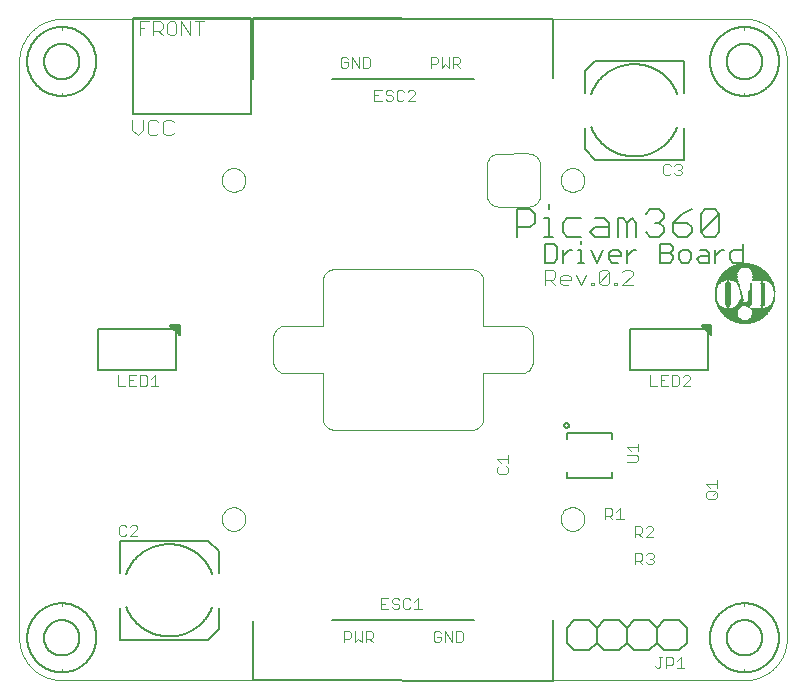
<source format=gto>
G75*
%MOIN*%
%OFA0B0*%
%FSLAX25Y25*%
%IPPOS*%
%LPD*%
%AMOC8*
5,1,8,0,0,1.08239X$1,22.5*
%
%ADD10C,0.00000*%
%ADD11C,0.00800*%
%ADD12C,0.00500*%
%ADD13C,0.00400*%
%ADD14C,0.00004*%
%ADD15C,0.00300*%
%ADD16C,0.00200*%
%ADD17C,0.00600*%
%ADD18R,0.01772X0.00039*%
%ADD19R,0.02480X0.00039*%
%ADD20R,0.03031X0.00039*%
%ADD21R,0.03504X0.00039*%
%ADD22R,0.03976X0.00039*%
%ADD23R,0.04291X0.00039*%
%ADD24R,0.04685X0.00039*%
%ADD25R,0.05000X0.00039*%
%ADD26R,0.05315X0.00039*%
%ADD27R,0.05551X0.00039*%
%ADD28R,0.05866X0.00039*%
%ADD29R,0.06102X0.00039*%
%ADD30R,0.06339X0.00039*%
%ADD31R,0.06575X0.00039*%
%ADD32R,0.06811X0.00039*%
%ADD33R,0.06969X0.00039*%
%ADD34R,0.07205X0.00039*%
%ADD35R,0.07441X0.00039*%
%ADD36R,0.07598X0.00039*%
%ADD37R,0.07756X0.00039*%
%ADD38R,0.07992X0.00039*%
%ADD39R,0.08150X0.00039*%
%ADD40R,0.08307X0.00039*%
%ADD41R,0.08465X0.00039*%
%ADD42R,0.08701X0.00039*%
%ADD43R,0.08858X0.00039*%
%ADD44R,0.09016X0.00039*%
%ADD45R,0.09173X0.00039*%
%ADD46R,0.04134X0.00039*%
%ADD47R,0.03937X0.00039*%
%ADD48R,0.04094X0.00039*%
%ADD49R,0.03898X0.00039*%
%ADD50R,0.04055X0.00039*%
%ADD51R,0.03858X0.00039*%
%ADD52R,0.04016X0.00039*%
%ADD53R,0.03819X0.00039*%
%ADD54R,0.04173X0.00039*%
%ADD55R,0.04213X0.00039*%
%ADD56R,0.04252X0.00039*%
%ADD57R,0.04331X0.00039*%
%ADD58R,0.04409X0.00039*%
%ADD59R,0.04449X0.00039*%
%ADD60R,0.04488X0.00039*%
%ADD61R,0.04370X0.00039*%
%ADD62R,0.04528X0.00039*%
%ADD63R,0.04567X0.00039*%
%ADD64R,0.04606X0.00039*%
%ADD65R,0.04646X0.00039*%
%ADD66R,0.04724X0.00039*%
%ADD67R,0.04764X0.00039*%
%ADD68R,0.04803X0.00039*%
%ADD69R,0.04843X0.00039*%
%ADD70R,0.04882X0.00039*%
%ADD71R,0.04921X0.00039*%
%ADD72R,0.04961X0.00039*%
%ADD73R,0.05039X0.00039*%
%ADD74R,0.05079X0.00039*%
%ADD75R,0.05118X0.00039*%
%ADD76R,0.05157X0.00039*%
%ADD77R,0.05197X0.00039*%
%ADD78R,0.05236X0.00039*%
%ADD79R,0.05276X0.00039*%
%ADD80R,0.05354X0.00039*%
%ADD81R,0.05394X0.00039*%
%ADD82R,0.05433X0.00039*%
%ADD83R,0.05472X0.00039*%
%ADD84R,0.05512X0.00039*%
%ADD85R,0.05591X0.00039*%
%ADD86R,0.05630X0.00039*%
%ADD87R,0.05669X0.00039*%
%ADD88R,0.05709X0.00039*%
%ADD89R,0.05748X0.00039*%
%ADD90R,0.05787X0.00039*%
%ADD91R,0.05827X0.00039*%
%ADD92R,0.05906X0.00039*%
%ADD93R,0.05945X0.00039*%
%ADD94R,0.05984X0.00039*%
%ADD95R,0.06024X0.00039*%
%ADD96R,0.06063X0.00039*%
%ADD97R,0.06142X0.00039*%
%ADD98R,0.06181X0.00039*%
%ADD99R,0.06220X0.00039*%
%ADD100R,0.06260X0.00039*%
%ADD101R,0.06299X0.00039*%
%ADD102R,0.06378X0.00039*%
%ADD103R,0.06457X0.00039*%
%ADD104R,0.06496X0.00039*%
%ADD105R,0.06535X0.00039*%
%ADD106R,0.06614X0.00039*%
%ADD107R,0.06693X0.00039*%
%ADD108R,0.06732X0.00039*%
%ADD109R,0.06654X0.00039*%
%ADD110R,0.02638X0.00039*%
%ADD111R,0.00551X0.00039*%
%ADD112R,0.06850X0.00039*%
%ADD113R,0.02402X0.00039*%
%ADD114R,0.02795X0.00039*%
%ADD115R,0.06890X0.00039*%
%ADD116R,0.02244X0.00039*%
%ADD117R,0.02677X0.00039*%
%ADD118R,0.02087X0.00039*%
%ADD119R,0.02559X0.00039*%
%ADD120R,0.07008X0.00039*%
%ADD121R,0.02008X0.00039*%
%ADD122R,0.02441X0.00039*%
%ADD123R,0.07087X0.00039*%
%ADD124R,0.01850X0.00039*%
%ADD125R,0.02362X0.00039*%
%ADD126R,0.07126X0.00039*%
%ADD127R,0.01811X0.00039*%
%ADD128R,0.02323X0.00039*%
%ADD129R,0.00197X0.00039*%
%ADD130R,0.00591X0.00039*%
%ADD131R,0.02283X0.00039*%
%ADD132R,0.01693X0.00039*%
%ADD133R,0.00118X0.00039*%
%ADD134R,0.02047X0.00039*%
%ADD135R,0.01654X0.00039*%
%ADD136R,0.02205X0.00039*%
%ADD137R,0.01929X0.00039*%
%ADD138R,0.01614X0.00039*%
%ADD139R,0.02165X0.00039*%
%ADD140R,0.01535X0.00039*%
%ADD141R,0.01732X0.00039*%
%ADD142R,0.01496X0.00039*%
%ADD143R,0.00157X0.00039*%
%ADD144R,0.01417X0.00039*%
%ADD145R,0.00236X0.00039*%
%ADD146R,0.01378X0.00039*%
%ADD147R,0.00276X0.00039*%
%ADD148R,0.01575X0.00039*%
%ADD149R,0.01339X0.00039*%
%ADD150R,0.00315X0.00039*%
%ADD151R,0.01299X0.00039*%
%ADD152R,0.00394X0.00039*%
%ADD153R,0.01457X0.00039*%
%ADD154R,0.01220X0.00039*%
%ADD155R,0.00472X0.00039*%
%ADD156R,0.00512X0.00039*%
%ADD157R,0.01181X0.00039*%
%ADD158R,0.01102X0.00039*%
%ADD159R,0.00669X0.00039*%
%ADD160R,0.01260X0.00039*%
%ADD161R,0.00709X0.00039*%
%ADD162R,0.00827X0.00039*%
%ADD163R,0.01063X0.00039*%
%ADD164R,0.00945X0.00039*%
%ADD165R,0.01024X0.00039*%
%ADD166R,0.01142X0.00039*%
%ADD167R,0.00984X0.00039*%
%ADD168R,0.00906X0.00039*%
%ADD169R,0.00866X0.00039*%
%ADD170R,0.00787X0.00039*%
%ADD171R,0.00748X0.00039*%
%ADD172R,0.00630X0.00039*%
%ADD173R,0.00433X0.00039*%
%ADD174R,0.00354X0.00039*%
%ADD175R,0.00079X0.00039*%
%ADD176R,0.01890X0.00039*%
%ADD177R,0.01969X0.00039*%
%ADD178R,0.02126X0.00039*%
%ADD179R,0.02598X0.00039*%
%ADD180R,0.02520X0.00039*%
%ADD181R,0.06417X0.00039*%
%ADD182R,0.09409X0.00039*%
%ADD183R,0.09331X0.00039*%
D10*
X0016773Y0002600D02*
X0244332Y0002600D01*
X0244674Y0002604D01*
X0245017Y0002617D01*
X0245359Y0002637D01*
X0245700Y0002666D01*
X0246040Y0002703D01*
X0246380Y0002749D01*
X0246718Y0002802D01*
X0247055Y0002864D01*
X0247390Y0002934D01*
X0247724Y0003012D01*
X0248055Y0003098D01*
X0248385Y0003192D01*
X0248712Y0003294D01*
X0249036Y0003403D01*
X0249358Y0003521D01*
X0249677Y0003646D01*
X0249992Y0003779D01*
X0250305Y0003920D01*
X0250613Y0004068D01*
X0250919Y0004223D01*
X0251220Y0004386D01*
X0251517Y0004556D01*
X0251810Y0004733D01*
X0252099Y0004918D01*
X0252383Y0005109D01*
X0252663Y0005307D01*
X0252937Y0005511D01*
X0253207Y0005723D01*
X0253471Y0005940D01*
X0253730Y0006164D01*
X0253984Y0006395D01*
X0254232Y0006631D01*
X0254474Y0006873D01*
X0254710Y0007121D01*
X0254941Y0007375D01*
X0255165Y0007634D01*
X0255382Y0007898D01*
X0255594Y0008168D01*
X0255798Y0008442D01*
X0255996Y0008722D01*
X0256187Y0009006D01*
X0256372Y0009295D01*
X0256549Y0009588D01*
X0256719Y0009885D01*
X0256882Y0010186D01*
X0257037Y0010492D01*
X0257185Y0010800D01*
X0257326Y0011113D01*
X0257459Y0011428D01*
X0257584Y0011747D01*
X0257702Y0012069D01*
X0257811Y0012393D01*
X0257913Y0012720D01*
X0258007Y0013050D01*
X0258093Y0013381D01*
X0258171Y0013715D01*
X0258241Y0014050D01*
X0258303Y0014387D01*
X0258356Y0014725D01*
X0258402Y0015065D01*
X0258439Y0015405D01*
X0258468Y0015746D01*
X0258488Y0016088D01*
X0258501Y0016431D01*
X0258505Y0016773D01*
X0258506Y0016773D02*
X0258506Y0208899D01*
X0258505Y0208899D02*
X0258501Y0209241D01*
X0258488Y0209584D01*
X0258468Y0209926D01*
X0258439Y0210267D01*
X0258402Y0210607D01*
X0258356Y0210947D01*
X0258303Y0211285D01*
X0258241Y0211622D01*
X0258171Y0211957D01*
X0258093Y0212291D01*
X0258007Y0212622D01*
X0257913Y0212952D01*
X0257811Y0213279D01*
X0257702Y0213603D01*
X0257584Y0213925D01*
X0257459Y0214244D01*
X0257326Y0214559D01*
X0257185Y0214872D01*
X0257037Y0215180D01*
X0256882Y0215486D01*
X0256719Y0215787D01*
X0256549Y0216084D01*
X0256372Y0216377D01*
X0256187Y0216666D01*
X0255996Y0216950D01*
X0255798Y0217230D01*
X0255594Y0217504D01*
X0255382Y0217774D01*
X0255165Y0218038D01*
X0254941Y0218297D01*
X0254710Y0218551D01*
X0254474Y0218799D01*
X0254232Y0219041D01*
X0253984Y0219277D01*
X0253730Y0219508D01*
X0253471Y0219732D01*
X0253207Y0219949D01*
X0252937Y0220161D01*
X0252663Y0220365D01*
X0252383Y0220563D01*
X0252099Y0220754D01*
X0251810Y0220939D01*
X0251517Y0221116D01*
X0251220Y0221286D01*
X0250919Y0221449D01*
X0250613Y0221604D01*
X0250305Y0221752D01*
X0249992Y0221893D01*
X0249677Y0222026D01*
X0249358Y0222151D01*
X0249036Y0222269D01*
X0248712Y0222378D01*
X0248385Y0222480D01*
X0248055Y0222574D01*
X0247724Y0222660D01*
X0247390Y0222738D01*
X0247055Y0222808D01*
X0246718Y0222870D01*
X0246380Y0222923D01*
X0246040Y0222969D01*
X0245700Y0223006D01*
X0245359Y0223035D01*
X0245017Y0223055D01*
X0244674Y0223068D01*
X0244332Y0223072D01*
X0016773Y0223072D01*
X0016431Y0223068D01*
X0016088Y0223055D01*
X0015746Y0223035D01*
X0015405Y0223006D01*
X0015065Y0222969D01*
X0014725Y0222923D01*
X0014387Y0222870D01*
X0014050Y0222808D01*
X0013715Y0222738D01*
X0013381Y0222660D01*
X0013050Y0222574D01*
X0012720Y0222480D01*
X0012393Y0222378D01*
X0012069Y0222269D01*
X0011747Y0222151D01*
X0011428Y0222026D01*
X0011113Y0221893D01*
X0010800Y0221752D01*
X0010492Y0221604D01*
X0010186Y0221449D01*
X0009885Y0221286D01*
X0009588Y0221116D01*
X0009295Y0220939D01*
X0009006Y0220754D01*
X0008722Y0220563D01*
X0008442Y0220365D01*
X0008168Y0220161D01*
X0007898Y0219949D01*
X0007634Y0219732D01*
X0007375Y0219508D01*
X0007121Y0219277D01*
X0006873Y0219041D01*
X0006631Y0218799D01*
X0006395Y0218551D01*
X0006164Y0218297D01*
X0005940Y0218038D01*
X0005723Y0217774D01*
X0005511Y0217504D01*
X0005307Y0217230D01*
X0005109Y0216950D01*
X0004918Y0216666D01*
X0004733Y0216377D01*
X0004556Y0216084D01*
X0004386Y0215787D01*
X0004223Y0215486D01*
X0004068Y0215180D01*
X0003920Y0214872D01*
X0003779Y0214559D01*
X0003646Y0214244D01*
X0003521Y0213925D01*
X0003403Y0213603D01*
X0003294Y0213279D01*
X0003192Y0212952D01*
X0003098Y0212622D01*
X0003012Y0212291D01*
X0002934Y0211957D01*
X0002864Y0211622D01*
X0002802Y0211285D01*
X0002749Y0210947D01*
X0002703Y0210607D01*
X0002666Y0210267D01*
X0002637Y0209926D01*
X0002617Y0209584D01*
X0002604Y0209241D01*
X0002600Y0208899D01*
X0002600Y0016773D01*
X0002604Y0016431D01*
X0002617Y0016088D01*
X0002637Y0015746D01*
X0002666Y0015405D01*
X0002703Y0015065D01*
X0002749Y0014725D01*
X0002802Y0014387D01*
X0002864Y0014050D01*
X0002934Y0013715D01*
X0003012Y0013381D01*
X0003098Y0013050D01*
X0003192Y0012720D01*
X0003294Y0012393D01*
X0003403Y0012069D01*
X0003521Y0011747D01*
X0003646Y0011428D01*
X0003779Y0011113D01*
X0003920Y0010800D01*
X0004068Y0010492D01*
X0004223Y0010186D01*
X0004386Y0009885D01*
X0004556Y0009588D01*
X0004733Y0009295D01*
X0004918Y0009006D01*
X0005109Y0008722D01*
X0005307Y0008442D01*
X0005511Y0008168D01*
X0005723Y0007898D01*
X0005940Y0007634D01*
X0006164Y0007375D01*
X0006395Y0007121D01*
X0006631Y0006873D01*
X0006873Y0006631D01*
X0007121Y0006395D01*
X0007375Y0006164D01*
X0007634Y0005940D01*
X0007898Y0005723D01*
X0008168Y0005511D01*
X0008442Y0005307D01*
X0008722Y0005109D01*
X0009006Y0004918D01*
X0009295Y0004733D01*
X0009588Y0004556D01*
X0009885Y0004386D01*
X0010186Y0004223D01*
X0010492Y0004068D01*
X0010800Y0003920D01*
X0011113Y0003779D01*
X0011428Y0003646D01*
X0011747Y0003521D01*
X0012069Y0003403D01*
X0012393Y0003294D01*
X0012720Y0003192D01*
X0013050Y0003098D01*
X0013381Y0003012D01*
X0013715Y0002934D01*
X0014050Y0002864D01*
X0014387Y0002802D01*
X0014725Y0002749D01*
X0015065Y0002703D01*
X0015405Y0002666D01*
X0015746Y0002637D01*
X0016088Y0002617D01*
X0016431Y0002604D01*
X0016773Y0002600D01*
D11*
X0010867Y0016773D02*
X0010869Y0016926D01*
X0010875Y0017080D01*
X0010885Y0017233D01*
X0010899Y0017385D01*
X0010917Y0017538D01*
X0010939Y0017689D01*
X0010964Y0017840D01*
X0010994Y0017991D01*
X0011028Y0018141D01*
X0011065Y0018289D01*
X0011106Y0018437D01*
X0011151Y0018583D01*
X0011200Y0018729D01*
X0011253Y0018873D01*
X0011309Y0019015D01*
X0011369Y0019156D01*
X0011433Y0019296D01*
X0011500Y0019434D01*
X0011571Y0019570D01*
X0011646Y0019704D01*
X0011723Y0019836D01*
X0011805Y0019966D01*
X0011889Y0020094D01*
X0011977Y0020220D01*
X0012068Y0020343D01*
X0012162Y0020464D01*
X0012260Y0020582D01*
X0012360Y0020698D01*
X0012464Y0020811D01*
X0012570Y0020922D01*
X0012679Y0021030D01*
X0012791Y0021135D01*
X0012905Y0021236D01*
X0013023Y0021335D01*
X0013142Y0021431D01*
X0013264Y0021524D01*
X0013389Y0021613D01*
X0013516Y0021700D01*
X0013645Y0021782D01*
X0013776Y0021862D01*
X0013909Y0021938D01*
X0014044Y0022011D01*
X0014181Y0022080D01*
X0014320Y0022145D01*
X0014460Y0022207D01*
X0014602Y0022265D01*
X0014745Y0022320D01*
X0014890Y0022371D01*
X0015036Y0022418D01*
X0015183Y0022461D01*
X0015331Y0022500D01*
X0015480Y0022536D01*
X0015630Y0022567D01*
X0015781Y0022595D01*
X0015932Y0022619D01*
X0016085Y0022639D01*
X0016237Y0022655D01*
X0016390Y0022667D01*
X0016543Y0022675D01*
X0016696Y0022679D01*
X0016850Y0022679D01*
X0017003Y0022675D01*
X0017156Y0022667D01*
X0017309Y0022655D01*
X0017461Y0022639D01*
X0017614Y0022619D01*
X0017765Y0022595D01*
X0017916Y0022567D01*
X0018066Y0022536D01*
X0018215Y0022500D01*
X0018363Y0022461D01*
X0018510Y0022418D01*
X0018656Y0022371D01*
X0018801Y0022320D01*
X0018944Y0022265D01*
X0019086Y0022207D01*
X0019226Y0022145D01*
X0019365Y0022080D01*
X0019502Y0022011D01*
X0019637Y0021938D01*
X0019770Y0021862D01*
X0019901Y0021782D01*
X0020030Y0021700D01*
X0020157Y0021613D01*
X0020282Y0021524D01*
X0020404Y0021431D01*
X0020523Y0021335D01*
X0020641Y0021236D01*
X0020755Y0021135D01*
X0020867Y0021030D01*
X0020976Y0020922D01*
X0021082Y0020811D01*
X0021186Y0020698D01*
X0021286Y0020582D01*
X0021384Y0020464D01*
X0021478Y0020343D01*
X0021569Y0020220D01*
X0021657Y0020094D01*
X0021741Y0019966D01*
X0021823Y0019836D01*
X0021900Y0019704D01*
X0021975Y0019570D01*
X0022046Y0019434D01*
X0022113Y0019296D01*
X0022177Y0019156D01*
X0022237Y0019015D01*
X0022293Y0018873D01*
X0022346Y0018729D01*
X0022395Y0018583D01*
X0022440Y0018437D01*
X0022481Y0018289D01*
X0022518Y0018141D01*
X0022552Y0017991D01*
X0022582Y0017840D01*
X0022607Y0017689D01*
X0022629Y0017538D01*
X0022647Y0017385D01*
X0022661Y0017233D01*
X0022671Y0017080D01*
X0022677Y0016926D01*
X0022679Y0016773D01*
X0022677Y0016620D01*
X0022671Y0016466D01*
X0022661Y0016313D01*
X0022647Y0016161D01*
X0022629Y0016008D01*
X0022607Y0015857D01*
X0022582Y0015706D01*
X0022552Y0015555D01*
X0022518Y0015405D01*
X0022481Y0015257D01*
X0022440Y0015109D01*
X0022395Y0014963D01*
X0022346Y0014817D01*
X0022293Y0014673D01*
X0022237Y0014531D01*
X0022177Y0014390D01*
X0022113Y0014250D01*
X0022046Y0014112D01*
X0021975Y0013976D01*
X0021900Y0013842D01*
X0021823Y0013710D01*
X0021741Y0013580D01*
X0021657Y0013452D01*
X0021569Y0013326D01*
X0021478Y0013203D01*
X0021384Y0013082D01*
X0021286Y0012964D01*
X0021186Y0012848D01*
X0021082Y0012735D01*
X0020976Y0012624D01*
X0020867Y0012516D01*
X0020755Y0012411D01*
X0020641Y0012310D01*
X0020523Y0012211D01*
X0020404Y0012115D01*
X0020282Y0012022D01*
X0020157Y0011933D01*
X0020030Y0011846D01*
X0019901Y0011764D01*
X0019770Y0011684D01*
X0019637Y0011608D01*
X0019502Y0011535D01*
X0019365Y0011466D01*
X0019226Y0011401D01*
X0019086Y0011339D01*
X0018944Y0011281D01*
X0018801Y0011226D01*
X0018656Y0011175D01*
X0018510Y0011128D01*
X0018363Y0011085D01*
X0018215Y0011046D01*
X0018066Y0011010D01*
X0017916Y0010979D01*
X0017765Y0010951D01*
X0017614Y0010927D01*
X0017461Y0010907D01*
X0017309Y0010891D01*
X0017156Y0010879D01*
X0017003Y0010871D01*
X0016850Y0010867D01*
X0016696Y0010867D01*
X0016543Y0010871D01*
X0016390Y0010879D01*
X0016237Y0010891D01*
X0016085Y0010907D01*
X0015932Y0010927D01*
X0015781Y0010951D01*
X0015630Y0010979D01*
X0015480Y0011010D01*
X0015331Y0011046D01*
X0015183Y0011085D01*
X0015036Y0011128D01*
X0014890Y0011175D01*
X0014745Y0011226D01*
X0014602Y0011281D01*
X0014460Y0011339D01*
X0014320Y0011401D01*
X0014181Y0011466D01*
X0014044Y0011535D01*
X0013909Y0011608D01*
X0013776Y0011684D01*
X0013645Y0011764D01*
X0013516Y0011846D01*
X0013389Y0011933D01*
X0013264Y0012022D01*
X0013142Y0012115D01*
X0013023Y0012211D01*
X0012905Y0012310D01*
X0012791Y0012411D01*
X0012679Y0012516D01*
X0012570Y0012624D01*
X0012464Y0012735D01*
X0012360Y0012848D01*
X0012260Y0012964D01*
X0012162Y0013082D01*
X0012068Y0013203D01*
X0011977Y0013326D01*
X0011889Y0013452D01*
X0011805Y0013580D01*
X0011723Y0013710D01*
X0011646Y0013842D01*
X0011571Y0013976D01*
X0011500Y0014112D01*
X0011433Y0014250D01*
X0011369Y0014390D01*
X0011309Y0014531D01*
X0011253Y0014673D01*
X0011200Y0014817D01*
X0011151Y0014963D01*
X0011106Y0015109D01*
X0011065Y0015257D01*
X0011028Y0015405D01*
X0010994Y0015555D01*
X0010964Y0015706D01*
X0010939Y0015857D01*
X0010917Y0016008D01*
X0010899Y0016161D01*
X0010885Y0016313D01*
X0010875Y0016466D01*
X0010869Y0016620D01*
X0010867Y0016773D01*
X0036065Y0016065D02*
X0036065Y0026694D01*
X0036065Y0016065D02*
X0065592Y0016065D01*
X0069135Y0019608D01*
X0069135Y0026694D01*
X0080553Y0022305D02*
X0080553Y0002600D01*
X0180553Y0002305D01*
X0180553Y0022600D01*
X0238426Y0016773D02*
X0238428Y0016926D01*
X0238434Y0017080D01*
X0238444Y0017233D01*
X0238458Y0017385D01*
X0238476Y0017538D01*
X0238498Y0017689D01*
X0238523Y0017840D01*
X0238553Y0017991D01*
X0238587Y0018141D01*
X0238624Y0018289D01*
X0238665Y0018437D01*
X0238710Y0018583D01*
X0238759Y0018729D01*
X0238812Y0018873D01*
X0238868Y0019015D01*
X0238928Y0019156D01*
X0238992Y0019296D01*
X0239059Y0019434D01*
X0239130Y0019570D01*
X0239205Y0019704D01*
X0239282Y0019836D01*
X0239364Y0019966D01*
X0239448Y0020094D01*
X0239536Y0020220D01*
X0239627Y0020343D01*
X0239721Y0020464D01*
X0239819Y0020582D01*
X0239919Y0020698D01*
X0240023Y0020811D01*
X0240129Y0020922D01*
X0240238Y0021030D01*
X0240350Y0021135D01*
X0240464Y0021236D01*
X0240582Y0021335D01*
X0240701Y0021431D01*
X0240823Y0021524D01*
X0240948Y0021613D01*
X0241075Y0021700D01*
X0241204Y0021782D01*
X0241335Y0021862D01*
X0241468Y0021938D01*
X0241603Y0022011D01*
X0241740Y0022080D01*
X0241879Y0022145D01*
X0242019Y0022207D01*
X0242161Y0022265D01*
X0242304Y0022320D01*
X0242449Y0022371D01*
X0242595Y0022418D01*
X0242742Y0022461D01*
X0242890Y0022500D01*
X0243039Y0022536D01*
X0243189Y0022567D01*
X0243340Y0022595D01*
X0243491Y0022619D01*
X0243644Y0022639D01*
X0243796Y0022655D01*
X0243949Y0022667D01*
X0244102Y0022675D01*
X0244255Y0022679D01*
X0244409Y0022679D01*
X0244562Y0022675D01*
X0244715Y0022667D01*
X0244868Y0022655D01*
X0245020Y0022639D01*
X0245173Y0022619D01*
X0245324Y0022595D01*
X0245475Y0022567D01*
X0245625Y0022536D01*
X0245774Y0022500D01*
X0245922Y0022461D01*
X0246069Y0022418D01*
X0246215Y0022371D01*
X0246360Y0022320D01*
X0246503Y0022265D01*
X0246645Y0022207D01*
X0246785Y0022145D01*
X0246924Y0022080D01*
X0247061Y0022011D01*
X0247196Y0021938D01*
X0247329Y0021862D01*
X0247460Y0021782D01*
X0247589Y0021700D01*
X0247716Y0021613D01*
X0247841Y0021524D01*
X0247963Y0021431D01*
X0248082Y0021335D01*
X0248200Y0021236D01*
X0248314Y0021135D01*
X0248426Y0021030D01*
X0248535Y0020922D01*
X0248641Y0020811D01*
X0248745Y0020698D01*
X0248845Y0020582D01*
X0248943Y0020464D01*
X0249037Y0020343D01*
X0249128Y0020220D01*
X0249216Y0020094D01*
X0249300Y0019966D01*
X0249382Y0019836D01*
X0249459Y0019704D01*
X0249534Y0019570D01*
X0249605Y0019434D01*
X0249672Y0019296D01*
X0249736Y0019156D01*
X0249796Y0019015D01*
X0249852Y0018873D01*
X0249905Y0018729D01*
X0249954Y0018583D01*
X0249999Y0018437D01*
X0250040Y0018289D01*
X0250077Y0018141D01*
X0250111Y0017991D01*
X0250141Y0017840D01*
X0250166Y0017689D01*
X0250188Y0017538D01*
X0250206Y0017385D01*
X0250220Y0017233D01*
X0250230Y0017080D01*
X0250236Y0016926D01*
X0250238Y0016773D01*
X0250236Y0016620D01*
X0250230Y0016466D01*
X0250220Y0016313D01*
X0250206Y0016161D01*
X0250188Y0016008D01*
X0250166Y0015857D01*
X0250141Y0015706D01*
X0250111Y0015555D01*
X0250077Y0015405D01*
X0250040Y0015257D01*
X0249999Y0015109D01*
X0249954Y0014963D01*
X0249905Y0014817D01*
X0249852Y0014673D01*
X0249796Y0014531D01*
X0249736Y0014390D01*
X0249672Y0014250D01*
X0249605Y0014112D01*
X0249534Y0013976D01*
X0249459Y0013842D01*
X0249382Y0013710D01*
X0249300Y0013580D01*
X0249216Y0013452D01*
X0249128Y0013326D01*
X0249037Y0013203D01*
X0248943Y0013082D01*
X0248845Y0012964D01*
X0248745Y0012848D01*
X0248641Y0012735D01*
X0248535Y0012624D01*
X0248426Y0012516D01*
X0248314Y0012411D01*
X0248200Y0012310D01*
X0248082Y0012211D01*
X0247963Y0012115D01*
X0247841Y0012022D01*
X0247716Y0011933D01*
X0247589Y0011846D01*
X0247460Y0011764D01*
X0247329Y0011684D01*
X0247196Y0011608D01*
X0247061Y0011535D01*
X0246924Y0011466D01*
X0246785Y0011401D01*
X0246645Y0011339D01*
X0246503Y0011281D01*
X0246360Y0011226D01*
X0246215Y0011175D01*
X0246069Y0011128D01*
X0245922Y0011085D01*
X0245774Y0011046D01*
X0245625Y0011010D01*
X0245475Y0010979D01*
X0245324Y0010951D01*
X0245173Y0010927D01*
X0245020Y0010907D01*
X0244868Y0010891D01*
X0244715Y0010879D01*
X0244562Y0010871D01*
X0244409Y0010867D01*
X0244255Y0010867D01*
X0244102Y0010871D01*
X0243949Y0010879D01*
X0243796Y0010891D01*
X0243644Y0010907D01*
X0243491Y0010927D01*
X0243340Y0010951D01*
X0243189Y0010979D01*
X0243039Y0011010D01*
X0242890Y0011046D01*
X0242742Y0011085D01*
X0242595Y0011128D01*
X0242449Y0011175D01*
X0242304Y0011226D01*
X0242161Y0011281D01*
X0242019Y0011339D01*
X0241879Y0011401D01*
X0241740Y0011466D01*
X0241603Y0011535D01*
X0241468Y0011608D01*
X0241335Y0011684D01*
X0241204Y0011764D01*
X0241075Y0011846D01*
X0240948Y0011933D01*
X0240823Y0012022D01*
X0240701Y0012115D01*
X0240582Y0012211D01*
X0240464Y0012310D01*
X0240350Y0012411D01*
X0240238Y0012516D01*
X0240129Y0012624D01*
X0240023Y0012735D01*
X0239919Y0012848D01*
X0239819Y0012964D01*
X0239721Y0013082D01*
X0239627Y0013203D01*
X0239536Y0013326D01*
X0239448Y0013452D01*
X0239364Y0013580D01*
X0239282Y0013710D01*
X0239205Y0013842D01*
X0239130Y0013976D01*
X0239059Y0014112D01*
X0238992Y0014250D01*
X0238928Y0014390D01*
X0238868Y0014531D01*
X0238812Y0014673D01*
X0238759Y0014817D01*
X0238710Y0014963D01*
X0238665Y0015109D01*
X0238624Y0015257D01*
X0238587Y0015405D01*
X0238553Y0015555D01*
X0238523Y0015706D01*
X0238498Y0015857D01*
X0238476Y0016008D01*
X0238458Y0016161D01*
X0238444Y0016313D01*
X0238434Y0016466D01*
X0238428Y0016620D01*
X0238426Y0016773D01*
X0234396Y0150500D02*
X0231327Y0150500D01*
X0229792Y0152035D01*
X0235931Y0158173D01*
X0235931Y0152035D01*
X0234396Y0150500D01*
X0229792Y0152035D02*
X0229792Y0158173D01*
X0231327Y0159708D01*
X0234396Y0159708D01*
X0235931Y0158173D01*
X0226723Y0159708D02*
X0223653Y0158173D01*
X0220584Y0155104D01*
X0225188Y0155104D01*
X0226723Y0153569D01*
X0226723Y0152035D01*
X0225188Y0150500D01*
X0222119Y0150500D01*
X0220584Y0152035D01*
X0220584Y0155104D01*
X0217515Y0156639D02*
X0215980Y0155104D01*
X0217515Y0153569D01*
X0217515Y0152035D01*
X0215980Y0150500D01*
X0212911Y0150500D01*
X0211376Y0152035D01*
X0208307Y0150500D02*
X0208307Y0155104D01*
X0206772Y0156639D01*
X0205238Y0155104D01*
X0205238Y0150500D01*
X0202168Y0150500D02*
X0202168Y0156639D01*
X0203703Y0156639D01*
X0205238Y0155104D01*
X0199099Y0155104D02*
X0199099Y0150500D01*
X0194495Y0150500D01*
X0192961Y0152035D01*
X0194495Y0153569D01*
X0199099Y0153569D01*
X0199099Y0155104D02*
X0197565Y0156639D01*
X0194495Y0156639D01*
X0189891Y0156639D02*
X0185287Y0156639D01*
X0183753Y0155104D01*
X0183753Y0152035D01*
X0185287Y0150500D01*
X0189891Y0150500D01*
X0180683Y0150500D02*
X0177614Y0150500D01*
X0179149Y0150500D02*
X0179149Y0156639D01*
X0177614Y0156639D01*
X0179149Y0159708D02*
X0179149Y0161243D01*
X0174545Y0158173D02*
X0174545Y0155104D01*
X0173010Y0153569D01*
X0168406Y0153569D01*
X0168406Y0150500D02*
X0168406Y0159708D01*
X0173010Y0159708D01*
X0174545Y0158173D01*
X0194608Y0176065D02*
X0191065Y0179608D01*
X0191065Y0186694D01*
X0194608Y0176065D02*
X0224135Y0176065D01*
X0224135Y0186694D01*
X0224135Y0198506D02*
X0224135Y0209135D01*
X0194608Y0209135D01*
X0191065Y0205592D01*
X0191065Y0198506D01*
X0180553Y0203368D02*
X0180553Y0223072D01*
X0080553Y0223368D01*
X0080553Y0203072D01*
X0010867Y0208899D02*
X0010869Y0209052D01*
X0010875Y0209206D01*
X0010885Y0209359D01*
X0010899Y0209511D01*
X0010917Y0209664D01*
X0010939Y0209815D01*
X0010964Y0209966D01*
X0010994Y0210117D01*
X0011028Y0210267D01*
X0011065Y0210415D01*
X0011106Y0210563D01*
X0011151Y0210709D01*
X0011200Y0210855D01*
X0011253Y0210999D01*
X0011309Y0211141D01*
X0011369Y0211282D01*
X0011433Y0211422D01*
X0011500Y0211560D01*
X0011571Y0211696D01*
X0011646Y0211830D01*
X0011723Y0211962D01*
X0011805Y0212092D01*
X0011889Y0212220D01*
X0011977Y0212346D01*
X0012068Y0212469D01*
X0012162Y0212590D01*
X0012260Y0212708D01*
X0012360Y0212824D01*
X0012464Y0212937D01*
X0012570Y0213048D01*
X0012679Y0213156D01*
X0012791Y0213261D01*
X0012905Y0213362D01*
X0013023Y0213461D01*
X0013142Y0213557D01*
X0013264Y0213650D01*
X0013389Y0213739D01*
X0013516Y0213826D01*
X0013645Y0213908D01*
X0013776Y0213988D01*
X0013909Y0214064D01*
X0014044Y0214137D01*
X0014181Y0214206D01*
X0014320Y0214271D01*
X0014460Y0214333D01*
X0014602Y0214391D01*
X0014745Y0214446D01*
X0014890Y0214497D01*
X0015036Y0214544D01*
X0015183Y0214587D01*
X0015331Y0214626D01*
X0015480Y0214662D01*
X0015630Y0214693D01*
X0015781Y0214721D01*
X0015932Y0214745D01*
X0016085Y0214765D01*
X0016237Y0214781D01*
X0016390Y0214793D01*
X0016543Y0214801D01*
X0016696Y0214805D01*
X0016850Y0214805D01*
X0017003Y0214801D01*
X0017156Y0214793D01*
X0017309Y0214781D01*
X0017461Y0214765D01*
X0017614Y0214745D01*
X0017765Y0214721D01*
X0017916Y0214693D01*
X0018066Y0214662D01*
X0018215Y0214626D01*
X0018363Y0214587D01*
X0018510Y0214544D01*
X0018656Y0214497D01*
X0018801Y0214446D01*
X0018944Y0214391D01*
X0019086Y0214333D01*
X0019226Y0214271D01*
X0019365Y0214206D01*
X0019502Y0214137D01*
X0019637Y0214064D01*
X0019770Y0213988D01*
X0019901Y0213908D01*
X0020030Y0213826D01*
X0020157Y0213739D01*
X0020282Y0213650D01*
X0020404Y0213557D01*
X0020523Y0213461D01*
X0020641Y0213362D01*
X0020755Y0213261D01*
X0020867Y0213156D01*
X0020976Y0213048D01*
X0021082Y0212937D01*
X0021186Y0212824D01*
X0021286Y0212708D01*
X0021384Y0212590D01*
X0021478Y0212469D01*
X0021569Y0212346D01*
X0021657Y0212220D01*
X0021741Y0212092D01*
X0021823Y0211962D01*
X0021900Y0211830D01*
X0021975Y0211696D01*
X0022046Y0211560D01*
X0022113Y0211422D01*
X0022177Y0211282D01*
X0022237Y0211141D01*
X0022293Y0210999D01*
X0022346Y0210855D01*
X0022395Y0210709D01*
X0022440Y0210563D01*
X0022481Y0210415D01*
X0022518Y0210267D01*
X0022552Y0210117D01*
X0022582Y0209966D01*
X0022607Y0209815D01*
X0022629Y0209664D01*
X0022647Y0209511D01*
X0022661Y0209359D01*
X0022671Y0209206D01*
X0022677Y0209052D01*
X0022679Y0208899D01*
X0022677Y0208746D01*
X0022671Y0208592D01*
X0022661Y0208439D01*
X0022647Y0208287D01*
X0022629Y0208134D01*
X0022607Y0207983D01*
X0022582Y0207832D01*
X0022552Y0207681D01*
X0022518Y0207531D01*
X0022481Y0207383D01*
X0022440Y0207235D01*
X0022395Y0207089D01*
X0022346Y0206943D01*
X0022293Y0206799D01*
X0022237Y0206657D01*
X0022177Y0206516D01*
X0022113Y0206376D01*
X0022046Y0206238D01*
X0021975Y0206102D01*
X0021900Y0205968D01*
X0021823Y0205836D01*
X0021741Y0205706D01*
X0021657Y0205578D01*
X0021569Y0205452D01*
X0021478Y0205329D01*
X0021384Y0205208D01*
X0021286Y0205090D01*
X0021186Y0204974D01*
X0021082Y0204861D01*
X0020976Y0204750D01*
X0020867Y0204642D01*
X0020755Y0204537D01*
X0020641Y0204436D01*
X0020523Y0204337D01*
X0020404Y0204241D01*
X0020282Y0204148D01*
X0020157Y0204059D01*
X0020030Y0203972D01*
X0019901Y0203890D01*
X0019770Y0203810D01*
X0019637Y0203734D01*
X0019502Y0203661D01*
X0019365Y0203592D01*
X0019226Y0203527D01*
X0019086Y0203465D01*
X0018944Y0203407D01*
X0018801Y0203352D01*
X0018656Y0203301D01*
X0018510Y0203254D01*
X0018363Y0203211D01*
X0018215Y0203172D01*
X0018066Y0203136D01*
X0017916Y0203105D01*
X0017765Y0203077D01*
X0017614Y0203053D01*
X0017461Y0203033D01*
X0017309Y0203017D01*
X0017156Y0203005D01*
X0017003Y0202997D01*
X0016850Y0202993D01*
X0016696Y0202993D01*
X0016543Y0202997D01*
X0016390Y0203005D01*
X0016237Y0203017D01*
X0016085Y0203033D01*
X0015932Y0203053D01*
X0015781Y0203077D01*
X0015630Y0203105D01*
X0015480Y0203136D01*
X0015331Y0203172D01*
X0015183Y0203211D01*
X0015036Y0203254D01*
X0014890Y0203301D01*
X0014745Y0203352D01*
X0014602Y0203407D01*
X0014460Y0203465D01*
X0014320Y0203527D01*
X0014181Y0203592D01*
X0014044Y0203661D01*
X0013909Y0203734D01*
X0013776Y0203810D01*
X0013645Y0203890D01*
X0013516Y0203972D01*
X0013389Y0204059D01*
X0013264Y0204148D01*
X0013142Y0204241D01*
X0013023Y0204337D01*
X0012905Y0204436D01*
X0012791Y0204537D01*
X0012679Y0204642D01*
X0012570Y0204750D01*
X0012464Y0204861D01*
X0012360Y0204974D01*
X0012260Y0205090D01*
X0012162Y0205208D01*
X0012068Y0205329D01*
X0011977Y0205452D01*
X0011889Y0205578D01*
X0011805Y0205706D01*
X0011723Y0205836D01*
X0011646Y0205968D01*
X0011571Y0206102D01*
X0011500Y0206238D01*
X0011433Y0206376D01*
X0011369Y0206516D01*
X0011309Y0206657D01*
X0011253Y0206799D01*
X0011200Y0206943D01*
X0011151Y0207089D01*
X0011106Y0207235D01*
X0011065Y0207383D01*
X0011028Y0207531D01*
X0010994Y0207681D01*
X0010964Y0207832D01*
X0010939Y0207983D01*
X0010917Y0208134D01*
X0010899Y0208287D01*
X0010885Y0208439D01*
X0010875Y0208592D01*
X0010869Y0208746D01*
X0010867Y0208899D01*
X0036065Y0049135D02*
X0065592Y0049135D01*
X0069135Y0045592D01*
X0069135Y0038506D01*
X0066970Y0038112D02*
X0066832Y0038460D01*
X0066685Y0038804D01*
X0066530Y0039145D01*
X0066367Y0039482D01*
X0066195Y0039815D01*
X0066015Y0040144D01*
X0065828Y0040468D01*
X0065633Y0040788D01*
X0065429Y0041102D01*
X0065219Y0041412D01*
X0065001Y0041716D01*
X0064775Y0042015D01*
X0064542Y0042309D01*
X0064303Y0042597D01*
X0064056Y0042878D01*
X0063802Y0043154D01*
X0063542Y0043423D01*
X0063276Y0043687D01*
X0063003Y0043943D01*
X0062724Y0044193D01*
X0062439Y0044436D01*
X0062148Y0044672D01*
X0061851Y0044900D01*
X0061549Y0045122D01*
X0061242Y0045336D01*
X0060929Y0045542D01*
X0060612Y0045741D01*
X0060290Y0045932D01*
X0059963Y0046115D01*
X0059632Y0046291D01*
X0059297Y0046458D01*
X0058958Y0046616D01*
X0058615Y0046767D01*
X0058268Y0046909D01*
X0057919Y0047043D01*
X0057566Y0047168D01*
X0057210Y0047284D01*
X0056851Y0047392D01*
X0056490Y0047491D01*
X0056126Y0047582D01*
X0055761Y0047663D01*
X0055393Y0047735D01*
X0055024Y0047799D01*
X0054654Y0047853D01*
X0054282Y0047899D01*
X0053909Y0047935D01*
X0053536Y0047963D01*
X0053162Y0047981D01*
X0052787Y0047990D01*
X0052413Y0047990D01*
X0052038Y0047981D01*
X0051664Y0047963D01*
X0051291Y0047935D01*
X0050918Y0047899D01*
X0050546Y0047853D01*
X0050176Y0047799D01*
X0049807Y0047735D01*
X0049439Y0047663D01*
X0049074Y0047582D01*
X0048710Y0047491D01*
X0048349Y0047392D01*
X0047990Y0047284D01*
X0047634Y0047168D01*
X0047281Y0047043D01*
X0046932Y0046909D01*
X0046585Y0046767D01*
X0046242Y0046616D01*
X0045903Y0046458D01*
X0045568Y0046291D01*
X0045237Y0046115D01*
X0044910Y0045932D01*
X0044588Y0045741D01*
X0044271Y0045542D01*
X0043958Y0045336D01*
X0043651Y0045122D01*
X0043349Y0044900D01*
X0043052Y0044672D01*
X0042761Y0044436D01*
X0042476Y0044193D01*
X0042197Y0043943D01*
X0041924Y0043687D01*
X0041658Y0043423D01*
X0041398Y0043154D01*
X0041144Y0042878D01*
X0040897Y0042597D01*
X0040658Y0042309D01*
X0040425Y0042015D01*
X0040199Y0041716D01*
X0039981Y0041412D01*
X0039771Y0041102D01*
X0039567Y0040788D01*
X0039372Y0040468D01*
X0039185Y0040144D01*
X0039005Y0039815D01*
X0038833Y0039482D01*
X0038670Y0039145D01*
X0038515Y0038804D01*
X0038368Y0038460D01*
X0038230Y0038112D01*
X0036065Y0038506D02*
X0036065Y0049135D01*
X0038230Y0027088D02*
X0038368Y0026740D01*
X0038515Y0026396D01*
X0038670Y0026055D01*
X0038833Y0025718D01*
X0039005Y0025385D01*
X0039185Y0025056D01*
X0039372Y0024732D01*
X0039567Y0024412D01*
X0039771Y0024098D01*
X0039981Y0023788D01*
X0040199Y0023484D01*
X0040425Y0023185D01*
X0040658Y0022891D01*
X0040897Y0022603D01*
X0041144Y0022322D01*
X0041398Y0022046D01*
X0041658Y0021777D01*
X0041924Y0021513D01*
X0042197Y0021257D01*
X0042476Y0021007D01*
X0042761Y0020764D01*
X0043052Y0020528D01*
X0043349Y0020300D01*
X0043651Y0020078D01*
X0043958Y0019864D01*
X0044271Y0019658D01*
X0044588Y0019459D01*
X0044910Y0019268D01*
X0045237Y0019085D01*
X0045568Y0018909D01*
X0045903Y0018742D01*
X0046242Y0018584D01*
X0046585Y0018433D01*
X0046932Y0018291D01*
X0047281Y0018157D01*
X0047634Y0018032D01*
X0047990Y0017916D01*
X0048349Y0017808D01*
X0048710Y0017709D01*
X0049074Y0017618D01*
X0049439Y0017537D01*
X0049807Y0017465D01*
X0050176Y0017401D01*
X0050546Y0017347D01*
X0050918Y0017301D01*
X0051291Y0017265D01*
X0051664Y0017237D01*
X0052038Y0017219D01*
X0052413Y0017210D01*
X0052787Y0017210D01*
X0053162Y0017219D01*
X0053536Y0017237D01*
X0053909Y0017265D01*
X0054282Y0017301D01*
X0054654Y0017347D01*
X0055024Y0017401D01*
X0055393Y0017465D01*
X0055761Y0017537D01*
X0056126Y0017618D01*
X0056490Y0017709D01*
X0056851Y0017808D01*
X0057210Y0017916D01*
X0057566Y0018032D01*
X0057919Y0018157D01*
X0058268Y0018291D01*
X0058615Y0018433D01*
X0058958Y0018584D01*
X0059297Y0018742D01*
X0059632Y0018909D01*
X0059963Y0019085D01*
X0060290Y0019268D01*
X0060612Y0019459D01*
X0060929Y0019658D01*
X0061242Y0019864D01*
X0061549Y0020078D01*
X0061851Y0020300D01*
X0062148Y0020528D01*
X0062439Y0020764D01*
X0062724Y0021007D01*
X0063003Y0021257D01*
X0063276Y0021513D01*
X0063542Y0021777D01*
X0063802Y0022046D01*
X0064056Y0022322D01*
X0064303Y0022603D01*
X0064542Y0022891D01*
X0064775Y0023185D01*
X0065001Y0023484D01*
X0065219Y0023788D01*
X0065429Y0024098D01*
X0065633Y0024412D01*
X0065828Y0024732D01*
X0066015Y0025056D01*
X0066195Y0025385D01*
X0066367Y0025718D01*
X0066530Y0026055D01*
X0066685Y0026396D01*
X0066832Y0026740D01*
X0066970Y0027088D01*
X0214446Y0155104D02*
X0215980Y0155104D01*
X0217515Y0156639D02*
X0217515Y0158173D01*
X0215980Y0159708D01*
X0212911Y0159708D01*
X0211376Y0158173D01*
X0221970Y0198112D02*
X0221832Y0198460D01*
X0221685Y0198804D01*
X0221530Y0199145D01*
X0221367Y0199482D01*
X0221195Y0199815D01*
X0221015Y0200144D01*
X0220828Y0200468D01*
X0220633Y0200788D01*
X0220429Y0201102D01*
X0220219Y0201412D01*
X0220001Y0201716D01*
X0219775Y0202015D01*
X0219542Y0202309D01*
X0219303Y0202597D01*
X0219056Y0202878D01*
X0218802Y0203154D01*
X0218542Y0203423D01*
X0218276Y0203687D01*
X0218003Y0203943D01*
X0217724Y0204193D01*
X0217439Y0204436D01*
X0217148Y0204672D01*
X0216851Y0204900D01*
X0216549Y0205122D01*
X0216242Y0205336D01*
X0215929Y0205542D01*
X0215612Y0205741D01*
X0215290Y0205932D01*
X0214963Y0206115D01*
X0214632Y0206291D01*
X0214297Y0206458D01*
X0213958Y0206616D01*
X0213615Y0206767D01*
X0213268Y0206909D01*
X0212919Y0207043D01*
X0212566Y0207168D01*
X0212210Y0207284D01*
X0211851Y0207392D01*
X0211490Y0207491D01*
X0211126Y0207582D01*
X0210761Y0207663D01*
X0210393Y0207735D01*
X0210024Y0207799D01*
X0209654Y0207853D01*
X0209282Y0207899D01*
X0208909Y0207935D01*
X0208536Y0207963D01*
X0208162Y0207981D01*
X0207787Y0207990D01*
X0207413Y0207990D01*
X0207038Y0207981D01*
X0206664Y0207963D01*
X0206291Y0207935D01*
X0205918Y0207899D01*
X0205546Y0207853D01*
X0205176Y0207799D01*
X0204807Y0207735D01*
X0204439Y0207663D01*
X0204074Y0207582D01*
X0203710Y0207491D01*
X0203349Y0207392D01*
X0202990Y0207284D01*
X0202634Y0207168D01*
X0202281Y0207043D01*
X0201932Y0206909D01*
X0201585Y0206767D01*
X0201242Y0206616D01*
X0200903Y0206458D01*
X0200568Y0206291D01*
X0200237Y0206115D01*
X0199910Y0205932D01*
X0199588Y0205741D01*
X0199271Y0205542D01*
X0198958Y0205336D01*
X0198651Y0205122D01*
X0198349Y0204900D01*
X0198052Y0204672D01*
X0197761Y0204436D01*
X0197476Y0204193D01*
X0197197Y0203943D01*
X0196924Y0203687D01*
X0196658Y0203423D01*
X0196398Y0203154D01*
X0196144Y0202878D01*
X0195897Y0202597D01*
X0195658Y0202309D01*
X0195425Y0202015D01*
X0195199Y0201716D01*
X0194981Y0201412D01*
X0194771Y0201102D01*
X0194567Y0200788D01*
X0194372Y0200468D01*
X0194185Y0200144D01*
X0194005Y0199815D01*
X0193833Y0199482D01*
X0193670Y0199145D01*
X0193515Y0198804D01*
X0193368Y0198460D01*
X0193230Y0198112D01*
X0193230Y0187088D02*
X0193368Y0186740D01*
X0193515Y0186396D01*
X0193670Y0186055D01*
X0193833Y0185718D01*
X0194005Y0185385D01*
X0194185Y0185056D01*
X0194372Y0184732D01*
X0194567Y0184412D01*
X0194771Y0184098D01*
X0194981Y0183788D01*
X0195199Y0183484D01*
X0195425Y0183185D01*
X0195658Y0182891D01*
X0195897Y0182603D01*
X0196144Y0182322D01*
X0196398Y0182046D01*
X0196658Y0181777D01*
X0196924Y0181513D01*
X0197197Y0181257D01*
X0197476Y0181007D01*
X0197761Y0180764D01*
X0198052Y0180528D01*
X0198349Y0180300D01*
X0198651Y0180078D01*
X0198958Y0179864D01*
X0199271Y0179658D01*
X0199588Y0179459D01*
X0199910Y0179268D01*
X0200237Y0179085D01*
X0200568Y0178909D01*
X0200903Y0178742D01*
X0201242Y0178584D01*
X0201585Y0178433D01*
X0201932Y0178291D01*
X0202281Y0178157D01*
X0202634Y0178032D01*
X0202990Y0177916D01*
X0203349Y0177808D01*
X0203710Y0177709D01*
X0204074Y0177618D01*
X0204439Y0177537D01*
X0204807Y0177465D01*
X0205176Y0177401D01*
X0205546Y0177347D01*
X0205918Y0177301D01*
X0206291Y0177265D01*
X0206664Y0177237D01*
X0207038Y0177219D01*
X0207413Y0177210D01*
X0207787Y0177210D01*
X0208162Y0177219D01*
X0208536Y0177237D01*
X0208909Y0177265D01*
X0209282Y0177301D01*
X0209654Y0177347D01*
X0210024Y0177401D01*
X0210393Y0177465D01*
X0210761Y0177537D01*
X0211126Y0177618D01*
X0211490Y0177709D01*
X0211851Y0177808D01*
X0212210Y0177916D01*
X0212566Y0178032D01*
X0212919Y0178157D01*
X0213268Y0178291D01*
X0213615Y0178433D01*
X0213958Y0178584D01*
X0214297Y0178742D01*
X0214632Y0178909D01*
X0214963Y0179085D01*
X0215290Y0179268D01*
X0215612Y0179459D01*
X0215929Y0179658D01*
X0216242Y0179864D01*
X0216549Y0180078D01*
X0216851Y0180300D01*
X0217148Y0180528D01*
X0217439Y0180764D01*
X0217724Y0181007D01*
X0218003Y0181257D01*
X0218276Y0181513D01*
X0218542Y0181777D01*
X0218802Y0182046D01*
X0219056Y0182322D01*
X0219303Y0182603D01*
X0219542Y0182891D01*
X0219775Y0183185D01*
X0220001Y0183484D01*
X0220219Y0183788D01*
X0220429Y0184098D01*
X0220633Y0184412D01*
X0220828Y0184732D01*
X0221015Y0185056D01*
X0221195Y0185385D01*
X0221367Y0185718D01*
X0221530Y0186055D01*
X0221685Y0186396D01*
X0221832Y0186740D01*
X0221970Y0187088D01*
X0238426Y0208899D02*
X0238428Y0209052D01*
X0238434Y0209206D01*
X0238444Y0209359D01*
X0238458Y0209511D01*
X0238476Y0209664D01*
X0238498Y0209815D01*
X0238523Y0209966D01*
X0238553Y0210117D01*
X0238587Y0210267D01*
X0238624Y0210415D01*
X0238665Y0210563D01*
X0238710Y0210709D01*
X0238759Y0210855D01*
X0238812Y0210999D01*
X0238868Y0211141D01*
X0238928Y0211282D01*
X0238992Y0211422D01*
X0239059Y0211560D01*
X0239130Y0211696D01*
X0239205Y0211830D01*
X0239282Y0211962D01*
X0239364Y0212092D01*
X0239448Y0212220D01*
X0239536Y0212346D01*
X0239627Y0212469D01*
X0239721Y0212590D01*
X0239819Y0212708D01*
X0239919Y0212824D01*
X0240023Y0212937D01*
X0240129Y0213048D01*
X0240238Y0213156D01*
X0240350Y0213261D01*
X0240464Y0213362D01*
X0240582Y0213461D01*
X0240701Y0213557D01*
X0240823Y0213650D01*
X0240948Y0213739D01*
X0241075Y0213826D01*
X0241204Y0213908D01*
X0241335Y0213988D01*
X0241468Y0214064D01*
X0241603Y0214137D01*
X0241740Y0214206D01*
X0241879Y0214271D01*
X0242019Y0214333D01*
X0242161Y0214391D01*
X0242304Y0214446D01*
X0242449Y0214497D01*
X0242595Y0214544D01*
X0242742Y0214587D01*
X0242890Y0214626D01*
X0243039Y0214662D01*
X0243189Y0214693D01*
X0243340Y0214721D01*
X0243491Y0214745D01*
X0243644Y0214765D01*
X0243796Y0214781D01*
X0243949Y0214793D01*
X0244102Y0214801D01*
X0244255Y0214805D01*
X0244409Y0214805D01*
X0244562Y0214801D01*
X0244715Y0214793D01*
X0244868Y0214781D01*
X0245020Y0214765D01*
X0245173Y0214745D01*
X0245324Y0214721D01*
X0245475Y0214693D01*
X0245625Y0214662D01*
X0245774Y0214626D01*
X0245922Y0214587D01*
X0246069Y0214544D01*
X0246215Y0214497D01*
X0246360Y0214446D01*
X0246503Y0214391D01*
X0246645Y0214333D01*
X0246785Y0214271D01*
X0246924Y0214206D01*
X0247061Y0214137D01*
X0247196Y0214064D01*
X0247329Y0213988D01*
X0247460Y0213908D01*
X0247589Y0213826D01*
X0247716Y0213739D01*
X0247841Y0213650D01*
X0247963Y0213557D01*
X0248082Y0213461D01*
X0248200Y0213362D01*
X0248314Y0213261D01*
X0248426Y0213156D01*
X0248535Y0213048D01*
X0248641Y0212937D01*
X0248745Y0212824D01*
X0248845Y0212708D01*
X0248943Y0212590D01*
X0249037Y0212469D01*
X0249128Y0212346D01*
X0249216Y0212220D01*
X0249300Y0212092D01*
X0249382Y0211962D01*
X0249459Y0211830D01*
X0249534Y0211696D01*
X0249605Y0211560D01*
X0249672Y0211422D01*
X0249736Y0211282D01*
X0249796Y0211141D01*
X0249852Y0210999D01*
X0249905Y0210855D01*
X0249954Y0210709D01*
X0249999Y0210563D01*
X0250040Y0210415D01*
X0250077Y0210267D01*
X0250111Y0210117D01*
X0250141Y0209966D01*
X0250166Y0209815D01*
X0250188Y0209664D01*
X0250206Y0209511D01*
X0250220Y0209359D01*
X0250230Y0209206D01*
X0250236Y0209052D01*
X0250238Y0208899D01*
X0250236Y0208746D01*
X0250230Y0208592D01*
X0250220Y0208439D01*
X0250206Y0208287D01*
X0250188Y0208134D01*
X0250166Y0207983D01*
X0250141Y0207832D01*
X0250111Y0207681D01*
X0250077Y0207531D01*
X0250040Y0207383D01*
X0249999Y0207235D01*
X0249954Y0207089D01*
X0249905Y0206943D01*
X0249852Y0206799D01*
X0249796Y0206657D01*
X0249736Y0206516D01*
X0249672Y0206376D01*
X0249605Y0206238D01*
X0249534Y0206102D01*
X0249459Y0205968D01*
X0249382Y0205836D01*
X0249300Y0205706D01*
X0249216Y0205578D01*
X0249128Y0205452D01*
X0249037Y0205329D01*
X0248943Y0205208D01*
X0248845Y0205090D01*
X0248745Y0204974D01*
X0248641Y0204861D01*
X0248535Y0204750D01*
X0248426Y0204642D01*
X0248314Y0204537D01*
X0248200Y0204436D01*
X0248082Y0204337D01*
X0247963Y0204241D01*
X0247841Y0204148D01*
X0247716Y0204059D01*
X0247589Y0203972D01*
X0247460Y0203890D01*
X0247329Y0203810D01*
X0247196Y0203734D01*
X0247061Y0203661D01*
X0246924Y0203592D01*
X0246785Y0203527D01*
X0246645Y0203465D01*
X0246503Y0203407D01*
X0246360Y0203352D01*
X0246215Y0203301D01*
X0246069Y0203254D01*
X0245922Y0203211D01*
X0245774Y0203172D01*
X0245625Y0203136D01*
X0245475Y0203105D01*
X0245324Y0203077D01*
X0245173Y0203053D01*
X0245020Y0203033D01*
X0244868Y0203017D01*
X0244715Y0203005D01*
X0244562Y0202997D01*
X0244409Y0202993D01*
X0244255Y0202993D01*
X0244102Y0202997D01*
X0243949Y0203005D01*
X0243796Y0203017D01*
X0243644Y0203033D01*
X0243491Y0203053D01*
X0243340Y0203077D01*
X0243189Y0203105D01*
X0243039Y0203136D01*
X0242890Y0203172D01*
X0242742Y0203211D01*
X0242595Y0203254D01*
X0242449Y0203301D01*
X0242304Y0203352D01*
X0242161Y0203407D01*
X0242019Y0203465D01*
X0241879Y0203527D01*
X0241740Y0203592D01*
X0241603Y0203661D01*
X0241468Y0203734D01*
X0241335Y0203810D01*
X0241204Y0203890D01*
X0241075Y0203972D01*
X0240948Y0204059D01*
X0240823Y0204148D01*
X0240701Y0204241D01*
X0240582Y0204337D01*
X0240464Y0204436D01*
X0240350Y0204537D01*
X0240238Y0204642D01*
X0240129Y0204750D01*
X0240023Y0204861D01*
X0239919Y0204974D01*
X0239819Y0205090D01*
X0239721Y0205208D01*
X0239627Y0205329D01*
X0239536Y0205452D01*
X0239448Y0205578D01*
X0239364Y0205706D01*
X0239282Y0205836D01*
X0239205Y0205968D01*
X0239130Y0206102D01*
X0239059Y0206238D01*
X0238992Y0206376D01*
X0238928Y0206516D01*
X0238868Y0206657D01*
X0238812Y0206799D01*
X0238759Y0206943D01*
X0238710Y0207089D01*
X0238665Y0207235D01*
X0238624Y0207383D01*
X0238587Y0207531D01*
X0238553Y0207681D01*
X0238523Y0207832D01*
X0238498Y0207983D01*
X0238476Y0208134D01*
X0238458Y0208287D01*
X0238444Y0208439D01*
X0238434Y0208592D01*
X0238428Y0208746D01*
X0238426Y0208899D01*
D12*
X0190009Y0148973D02*
X0190009Y0147955D01*
X0190009Y0145920D02*
X0190009Y0141850D01*
X0188992Y0141850D02*
X0191027Y0141850D01*
X0195078Y0141850D02*
X0197113Y0145920D01*
X0199120Y0144903D02*
X0199120Y0142868D01*
X0200138Y0141850D01*
X0202173Y0141850D01*
X0203190Y0143885D02*
X0199120Y0143885D01*
X0199120Y0144903D02*
X0200138Y0145920D01*
X0202173Y0145920D01*
X0203190Y0144903D01*
X0203190Y0143885D01*
X0205197Y0143885D02*
X0207232Y0145920D01*
X0208250Y0145920D01*
X0205197Y0145920D02*
X0205197Y0141850D01*
X0195078Y0141850D02*
X0193043Y0145920D01*
X0190009Y0145920D02*
X0188992Y0145920D01*
X0186980Y0145920D02*
X0185962Y0145920D01*
X0183927Y0143885D01*
X0183927Y0141850D02*
X0183927Y0145920D01*
X0181920Y0146938D02*
X0181920Y0142868D01*
X0180903Y0141850D01*
X0177850Y0141850D01*
X0177850Y0147955D01*
X0180903Y0147955D01*
X0181920Y0146938D01*
X0216339Y0147955D02*
X0216339Y0141850D01*
X0219391Y0141850D01*
X0220409Y0142868D01*
X0220409Y0143885D01*
X0219391Y0144903D01*
X0216339Y0144903D01*
X0216339Y0147955D02*
X0219391Y0147955D01*
X0220409Y0146938D01*
X0220409Y0145920D01*
X0219391Y0144903D01*
X0222416Y0144903D02*
X0222416Y0142868D01*
X0223434Y0141850D01*
X0225469Y0141850D01*
X0226486Y0142868D01*
X0226486Y0144903D01*
X0225469Y0145920D01*
X0223434Y0145920D01*
X0222416Y0144903D01*
X0228493Y0142868D02*
X0229511Y0141850D01*
X0232563Y0141850D01*
X0232563Y0144903D01*
X0231546Y0145920D01*
X0229511Y0145920D01*
X0229511Y0143885D02*
X0232563Y0143885D01*
X0234570Y0143885D02*
X0236605Y0145920D01*
X0237623Y0145920D01*
X0239635Y0144903D02*
X0240652Y0145920D01*
X0243705Y0145920D01*
X0243705Y0147955D02*
X0243705Y0141850D01*
X0240652Y0141850D01*
X0239635Y0142868D01*
X0239635Y0144903D01*
X0234570Y0145920D02*
X0234570Y0141850D01*
X0229511Y0143885D02*
X0228493Y0142868D01*
X0230159Y0121104D02*
X0230159Y0120710D01*
X0233309Y0117561D01*
X0233309Y0120710D01*
X0232915Y0121104D01*
X0230159Y0121104D01*
X0230159Y0120747D02*
X0233272Y0120747D01*
X0233309Y0120249D02*
X0230621Y0120249D01*
X0231119Y0119750D02*
X0233309Y0119750D01*
X0233309Y0119252D02*
X0231618Y0119252D01*
X0232167Y0119529D02*
X0232167Y0106143D01*
X0206104Y0106143D01*
X0206104Y0119529D01*
X0232167Y0119529D01*
X0232116Y0118753D02*
X0233309Y0118753D01*
X0233309Y0118255D02*
X0232615Y0118255D01*
X0233113Y0117756D02*
X0233309Y0117756D01*
X0200100Y0085100D02*
X0185100Y0085100D01*
X0185100Y0083100D01*
X0184313Y0087600D02*
X0184315Y0087656D01*
X0184321Y0087711D01*
X0184331Y0087765D01*
X0184344Y0087819D01*
X0184362Y0087872D01*
X0184383Y0087923D01*
X0184407Y0087973D01*
X0184435Y0088021D01*
X0184467Y0088067D01*
X0184501Y0088111D01*
X0184539Y0088152D01*
X0184579Y0088190D01*
X0184622Y0088225D01*
X0184667Y0088257D01*
X0184715Y0088286D01*
X0184764Y0088312D01*
X0184815Y0088334D01*
X0184867Y0088352D01*
X0184921Y0088366D01*
X0184976Y0088377D01*
X0185031Y0088384D01*
X0185086Y0088387D01*
X0185142Y0088386D01*
X0185197Y0088381D01*
X0185252Y0088372D01*
X0185306Y0088360D01*
X0185359Y0088343D01*
X0185411Y0088323D01*
X0185461Y0088299D01*
X0185509Y0088272D01*
X0185556Y0088242D01*
X0185600Y0088208D01*
X0185642Y0088171D01*
X0185680Y0088131D01*
X0185717Y0088089D01*
X0185750Y0088044D01*
X0185779Y0087998D01*
X0185806Y0087949D01*
X0185828Y0087898D01*
X0185848Y0087846D01*
X0185863Y0087792D01*
X0185875Y0087738D01*
X0185883Y0087683D01*
X0185887Y0087628D01*
X0185887Y0087572D01*
X0185883Y0087517D01*
X0185875Y0087462D01*
X0185863Y0087408D01*
X0185848Y0087354D01*
X0185828Y0087302D01*
X0185806Y0087251D01*
X0185779Y0087202D01*
X0185750Y0087156D01*
X0185717Y0087111D01*
X0185680Y0087069D01*
X0185642Y0087029D01*
X0185600Y0086992D01*
X0185556Y0086958D01*
X0185509Y0086928D01*
X0185461Y0086901D01*
X0185411Y0086877D01*
X0185359Y0086857D01*
X0185306Y0086840D01*
X0185252Y0086828D01*
X0185197Y0086819D01*
X0185142Y0086814D01*
X0185086Y0086813D01*
X0185031Y0086816D01*
X0184976Y0086823D01*
X0184921Y0086834D01*
X0184867Y0086848D01*
X0184815Y0086866D01*
X0184764Y0086888D01*
X0184715Y0086914D01*
X0184667Y0086943D01*
X0184622Y0086975D01*
X0184579Y0087010D01*
X0184539Y0087048D01*
X0184501Y0087089D01*
X0184467Y0087133D01*
X0184435Y0087179D01*
X0184407Y0087227D01*
X0184383Y0087277D01*
X0184362Y0087328D01*
X0184344Y0087381D01*
X0184331Y0087435D01*
X0184321Y0087489D01*
X0184315Y0087544D01*
X0184313Y0087600D01*
X0200100Y0085100D02*
X0200100Y0083100D01*
X0200100Y0072100D02*
X0200100Y0070100D01*
X0185100Y0070100D01*
X0185100Y0072100D01*
X0154175Y0022600D02*
X0106931Y0022600D01*
X0055002Y0106143D02*
X0028939Y0106143D01*
X0028939Y0119529D01*
X0055002Y0119529D01*
X0055002Y0106143D01*
X0056143Y0117561D02*
X0052994Y0120710D01*
X0052994Y0121104D01*
X0055750Y0121104D01*
X0056143Y0120710D01*
X0056143Y0117561D01*
X0056143Y0117756D02*
X0055948Y0117756D01*
X0056143Y0118255D02*
X0055449Y0118255D01*
X0054951Y0118753D02*
X0056143Y0118753D01*
X0056143Y0119252D02*
X0054452Y0119252D01*
X0053954Y0119750D02*
X0056143Y0119750D01*
X0056143Y0120249D02*
X0053455Y0120249D01*
X0052994Y0120747D02*
X0056106Y0120747D01*
X0040572Y0191458D02*
X0079943Y0191458D01*
X0079943Y0223348D01*
X0040572Y0223348D01*
X0040572Y0191458D01*
X0106931Y0203072D02*
X0154175Y0203072D01*
D13*
X0149472Y0206772D02*
X0148271Y0207973D01*
X0148871Y0207973D02*
X0147070Y0207973D01*
X0147070Y0206772D02*
X0147070Y0210376D01*
X0148871Y0210376D01*
X0149472Y0209775D01*
X0149472Y0208574D01*
X0148871Y0207973D01*
X0145789Y0206772D02*
X0145789Y0210376D01*
X0143386Y0210376D02*
X0143386Y0206772D01*
X0144587Y0207973D01*
X0145789Y0206772D01*
X0142105Y0208574D02*
X0141505Y0207973D01*
X0139703Y0207973D01*
X0139703Y0206772D02*
X0139703Y0210376D01*
X0141505Y0210376D01*
X0142105Y0209775D01*
X0142105Y0208574D01*
X0133871Y0199352D02*
X0132670Y0199352D01*
X0132070Y0198751D01*
X0130788Y0198751D02*
X0130188Y0199352D01*
X0128987Y0199352D01*
X0128386Y0198751D01*
X0128386Y0196349D01*
X0128987Y0195749D01*
X0130188Y0195749D01*
X0130788Y0196349D01*
X0132070Y0195749D02*
X0134472Y0198151D01*
X0134472Y0198751D01*
X0133871Y0199352D01*
X0134472Y0195749D02*
X0132070Y0195749D01*
X0127105Y0196349D02*
X0126505Y0195749D01*
X0125304Y0195749D01*
X0124703Y0196349D01*
X0125304Y0197550D02*
X0126505Y0197550D01*
X0127105Y0196950D01*
X0127105Y0196349D01*
X0125304Y0197550D02*
X0124703Y0198151D01*
X0124703Y0198751D01*
X0125304Y0199352D01*
X0126505Y0199352D01*
X0127105Y0198751D01*
X0123422Y0199352D02*
X0121020Y0199352D01*
X0121020Y0195749D01*
X0123422Y0195749D01*
X0122221Y0197550D02*
X0121020Y0197550D01*
X0118871Y0206772D02*
X0117070Y0206772D01*
X0117070Y0210376D01*
X0118871Y0210376D01*
X0119472Y0209775D01*
X0119472Y0207373D01*
X0118871Y0206772D01*
X0115789Y0206772D02*
X0115789Y0210376D01*
X0113386Y0210376D02*
X0115789Y0206772D01*
X0113386Y0206772D02*
X0113386Y0210376D01*
X0112105Y0209775D02*
X0111505Y0210376D01*
X0110304Y0210376D01*
X0109703Y0209775D01*
X0109703Y0207373D01*
X0110304Y0206772D01*
X0111505Y0206772D01*
X0112105Y0207373D01*
X0112105Y0208574D01*
X0110904Y0208574D01*
X0064226Y0222246D02*
X0061157Y0222246D01*
X0062691Y0222246D02*
X0062691Y0217643D01*
X0059622Y0217643D02*
X0059622Y0222246D01*
X0056553Y0222246D02*
X0059622Y0217643D01*
X0056553Y0217643D02*
X0056553Y0222246D01*
X0055018Y0221479D02*
X0054251Y0222246D01*
X0052716Y0222246D01*
X0051949Y0221479D01*
X0051949Y0218410D01*
X0052716Y0217643D01*
X0054251Y0217643D01*
X0055018Y0218410D01*
X0055018Y0221479D01*
X0050414Y0221479D02*
X0050414Y0219944D01*
X0049647Y0219177D01*
X0047345Y0219177D01*
X0047345Y0217643D02*
X0047345Y0222246D01*
X0049647Y0222246D01*
X0050414Y0221479D01*
X0048880Y0219177D02*
X0050414Y0217643D01*
X0045810Y0222246D02*
X0042741Y0222246D01*
X0042741Y0217643D01*
X0042741Y0219944D02*
X0044276Y0219944D01*
X0043770Y0189504D02*
X0043770Y0186035D01*
X0042035Y0184300D01*
X0040300Y0186035D01*
X0040300Y0189504D01*
X0045456Y0188637D02*
X0045456Y0185167D01*
X0046324Y0184300D01*
X0048059Y0184300D01*
X0048926Y0185167D01*
X0050613Y0185167D02*
X0051480Y0184300D01*
X0053215Y0184300D01*
X0054082Y0185167D01*
X0050613Y0185167D02*
X0050613Y0188637D01*
X0051480Y0189504D01*
X0053215Y0189504D01*
X0054082Y0188637D01*
X0048926Y0188637D02*
X0048059Y0189504D01*
X0046324Y0189504D01*
X0045456Y0188637D01*
X0044735Y0104372D02*
X0042934Y0104372D01*
X0042934Y0100769D01*
X0044735Y0100769D01*
X0045336Y0101369D01*
X0045336Y0103771D01*
X0044735Y0104372D01*
X0046617Y0103171D02*
X0047818Y0104372D01*
X0047818Y0100769D01*
X0046617Y0100769D02*
X0049019Y0100769D01*
X0041653Y0100769D02*
X0039251Y0100769D01*
X0039251Y0104372D01*
X0041653Y0104372D01*
X0040452Y0102570D02*
X0039251Y0102570D01*
X0037969Y0100769D02*
X0035567Y0100769D01*
X0035567Y0104372D01*
X0123253Y0029927D02*
X0123253Y0026324D01*
X0125655Y0026324D01*
X0126936Y0026924D02*
X0127536Y0026324D01*
X0128737Y0026324D01*
X0129338Y0026924D01*
X0129338Y0027525D01*
X0128737Y0028125D01*
X0127536Y0028125D01*
X0126936Y0028726D01*
X0126936Y0029326D01*
X0127536Y0029927D01*
X0128737Y0029927D01*
X0129338Y0029326D01*
X0130619Y0029326D02*
X0130619Y0026924D01*
X0131220Y0026324D01*
X0132421Y0026324D01*
X0133021Y0026924D01*
X0134302Y0026324D02*
X0136704Y0026324D01*
X0135503Y0026324D02*
X0135503Y0029927D01*
X0134302Y0028726D01*
X0133021Y0029326D02*
X0132421Y0029927D01*
X0131220Y0029927D01*
X0130619Y0029326D01*
X0125655Y0029927D02*
X0123253Y0029927D01*
X0123253Y0028125D02*
X0124454Y0028125D01*
X0119921Y0018903D02*
X0120521Y0018303D01*
X0120521Y0017102D01*
X0119921Y0016501D01*
X0118119Y0016501D01*
X0118119Y0015300D02*
X0118119Y0018903D01*
X0119921Y0018903D01*
X0119320Y0016501D02*
X0120521Y0015300D01*
X0116838Y0015300D02*
X0116838Y0018903D01*
X0114436Y0018903D02*
X0114436Y0015300D01*
X0115637Y0016501D01*
X0116838Y0015300D01*
X0113155Y0017102D02*
X0112554Y0016501D01*
X0110753Y0016501D01*
X0110753Y0015300D02*
X0110753Y0018903D01*
X0112554Y0018903D01*
X0113155Y0018303D01*
X0113155Y0017102D01*
X0140753Y0018303D02*
X0140753Y0015901D01*
X0141353Y0015300D01*
X0142554Y0015300D01*
X0143155Y0015901D01*
X0143155Y0017102D01*
X0141954Y0017102D01*
X0143155Y0018303D02*
X0142554Y0018903D01*
X0141353Y0018903D01*
X0140753Y0018303D01*
X0144436Y0018903D02*
X0144436Y0015300D01*
X0146838Y0015300D02*
X0146838Y0018903D01*
X0148119Y0018903D02*
X0149921Y0018903D01*
X0150521Y0018303D01*
X0150521Y0015901D01*
X0149921Y0015300D01*
X0148119Y0015300D01*
X0148119Y0018903D01*
X0144436Y0018903D02*
X0146838Y0015300D01*
X0214551Y0007201D02*
X0215151Y0006600D01*
X0215752Y0006600D01*
X0216352Y0007201D01*
X0216352Y0010203D01*
X0215752Y0010203D02*
X0216953Y0010203D01*
X0218234Y0010203D02*
X0220035Y0010203D01*
X0220636Y0009603D01*
X0220636Y0008402D01*
X0220035Y0007801D01*
X0218234Y0007801D01*
X0218234Y0006600D02*
X0218234Y0010203D01*
X0221917Y0009002D02*
X0223118Y0010203D01*
X0223118Y0006600D01*
X0221917Y0006600D02*
X0224319Y0006600D01*
X0232173Y0063135D02*
X0231573Y0063735D01*
X0231573Y0064936D01*
X0232173Y0065537D01*
X0234575Y0065537D01*
X0235176Y0064936D01*
X0235176Y0063735D01*
X0234575Y0063135D01*
X0232173Y0063135D01*
X0233975Y0064336D02*
X0235176Y0065537D01*
X0235176Y0066818D02*
X0235176Y0069220D01*
X0235176Y0068019D02*
X0231573Y0068019D01*
X0232774Y0066818D01*
X0208900Y0076034D02*
X0208900Y0077235D01*
X0208299Y0077836D01*
X0205297Y0077836D01*
X0206498Y0079117D02*
X0205297Y0080318D01*
X0208900Y0080318D01*
X0208900Y0079117D02*
X0208900Y0081519D01*
X0208900Y0076034D02*
X0208299Y0075434D01*
X0205297Y0075434D01*
X0212733Y0100769D02*
X0215135Y0100769D01*
X0216416Y0100769D02*
X0218818Y0100769D01*
X0220099Y0100769D02*
X0221901Y0100769D01*
X0222501Y0101369D01*
X0222501Y0103771D01*
X0221901Y0104372D01*
X0220099Y0104372D01*
X0220099Y0100769D01*
X0217617Y0102570D02*
X0216416Y0102570D01*
X0216416Y0100769D02*
X0216416Y0104372D01*
X0218818Y0104372D01*
X0223782Y0103771D02*
X0224383Y0104372D01*
X0225584Y0104372D01*
X0226184Y0103771D01*
X0226184Y0103171D01*
X0223782Y0100769D01*
X0226184Y0100769D01*
X0212733Y0100769D02*
X0212733Y0104372D01*
X0207052Y0134300D02*
X0203582Y0134300D01*
X0207052Y0137770D01*
X0207052Y0138637D01*
X0206184Y0139504D01*
X0204449Y0139504D01*
X0203582Y0138637D01*
X0199317Y0138637D02*
X0195847Y0135167D01*
X0196715Y0134300D01*
X0198450Y0134300D01*
X0199317Y0135167D01*
X0199317Y0138637D01*
X0198450Y0139504D01*
X0196715Y0139504D01*
X0195847Y0138637D01*
X0195847Y0135167D01*
X0194137Y0135167D02*
X0194137Y0134300D01*
X0193269Y0134300D01*
X0193269Y0135167D01*
X0194137Y0135167D01*
X0191582Y0137770D02*
X0189848Y0134300D01*
X0188113Y0137770D01*
X0186426Y0136902D02*
X0186426Y0136035D01*
X0182956Y0136035D01*
X0182956Y0136902D02*
X0183824Y0137770D01*
X0185559Y0137770D01*
X0186426Y0136902D01*
X0185559Y0134300D02*
X0183824Y0134300D01*
X0182956Y0135167D01*
X0182956Y0136902D01*
X0181270Y0136902D02*
X0181270Y0138637D01*
X0180402Y0139504D01*
X0177800Y0139504D01*
X0177800Y0134300D01*
X0177800Y0136035D02*
X0180402Y0136035D01*
X0181270Y0136902D01*
X0179535Y0136035D02*
X0181270Y0134300D01*
X0201004Y0134300D02*
X0201871Y0134300D01*
X0201871Y0135167D01*
X0201004Y0135167D01*
X0201004Y0134300D01*
D14*
X0173399Y0118622D02*
X0173148Y0119031D01*
X0172848Y0119407D01*
X0172506Y0119744D01*
X0172124Y0120037D01*
X0171710Y0120281D01*
X0171269Y0120473D01*
X0170808Y0120609D01*
X0170334Y0120689D01*
X0169923Y0120710D01*
X0157324Y0120709D01*
X0157324Y0135671D01*
X0157295Y0136150D01*
X0157207Y0136623D01*
X0157063Y0137082D01*
X0156863Y0137519D01*
X0156612Y0137929D01*
X0156313Y0138305D01*
X0155970Y0138642D01*
X0155589Y0138935D01*
X0155175Y0139179D01*
X0154734Y0139370D01*
X0154273Y0139507D01*
X0153799Y0139586D01*
X0153387Y0139608D01*
X0107512Y0139602D01*
X0107035Y0139548D01*
X0106567Y0139436D01*
X0106117Y0139267D01*
X0105691Y0139046D01*
X0105294Y0138773D01*
X0104934Y0138455D01*
X0104616Y0138094D01*
X0104343Y0137698D01*
X0104122Y0137272D01*
X0103953Y0136822D01*
X0103841Y0136354D01*
X0103787Y0135877D01*
X0103781Y0135671D01*
X0103783Y0120706D01*
X0090977Y0120705D01*
X0090499Y0120650D01*
X0090031Y0120538D01*
X0089581Y0120370D01*
X0089155Y0120148D01*
X0088759Y0119876D01*
X0088399Y0119557D01*
X0088080Y0119197D01*
X0087808Y0118801D01*
X0087586Y0118374D01*
X0087418Y0117924D01*
X0087306Y0117457D01*
X0087251Y0116979D01*
X0087246Y0116773D01*
X0087251Y0108693D01*
X0087306Y0108216D01*
X0087418Y0107748D01*
X0087586Y0107298D01*
X0087808Y0106872D01*
X0088080Y0106476D01*
X0088399Y0106115D01*
X0088759Y0105797D01*
X0089155Y0105524D01*
X0089581Y0105303D01*
X0090031Y0105134D01*
X0090499Y0105022D01*
X0090977Y0104968D01*
X0091183Y0104962D01*
X0103785Y0104963D01*
X0103787Y0089796D01*
X0103841Y0089318D01*
X0103953Y0088851D01*
X0104122Y0088400D01*
X0104343Y0087974D01*
X0104616Y0087578D01*
X0104934Y0087218D01*
X0105294Y0086899D01*
X0105691Y0086627D01*
X0106117Y0086405D01*
X0106567Y0086237D01*
X0107035Y0086124D01*
X0107512Y0086070D01*
X0107718Y0086065D01*
X0153593Y0086070D01*
X0154071Y0086124D01*
X0154538Y0086237D01*
X0154989Y0086405D01*
X0155415Y0086627D01*
X0155811Y0086899D01*
X0156171Y0087218D01*
X0156490Y0087578D01*
X0156762Y0087974D01*
X0156984Y0088400D01*
X0157152Y0088851D01*
X0157265Y0089318D01*
X0157319Y0089796D01*
X0157324Y0090002D01*
X0157324Y0104967D01*
X0170129Y0104968D01*
X0170606Y0105022D01*
X0171074Y0105134D01*
X0171524Y0105303D01*
X0171950Y0105524D01*
X0172346Y0105797D01*
X0172707Y0106115D01*
X0173025Y0106476D01*
X0173298Y0106872D01*
X0173519Y0107298D01*
X0173688Y0107748D01*
X0173800Y0108216D01*
X0173854Y0108693D01*
X0173860Y0108899D01*
X0173860Y0116773D01*
X0173830Y0117253D01*
X0173743Y0117726D01*
X0173598Y0118184D01*
X0173399Y0118622D01*
X0172491Y0160480D02*
X0162443Y0160474D01*
X0162237Y0160480D01*
X0161759Y0160534D01*
X0161291Y0160646D01*
X0160841Y0160814D01*
X0160415Y0161036D01*
X0160019Y0161309D01*
X0159659Y0161627D01*
X0159340Y0161987D01*
X0159068Y0162383D01*
X0158846Y0162810D01*
X0158678Y0163260D01*
X0158565Y0163727D01*
X0158511Y0164205D01*
X0158506Y0174254D01*
X0158511Y0174459D01*
X0158565Y0174937D01*
X0158678Y0175404D01*
X0158846Y0175855D01*
X0159068Y0176281D01*
X0159340Y0176677D01*
X0159659Y0177037D01*
X0160019Y0177356D01*
X0160415Y0177628D01*
X0160841Y0177850D01*
X0161291Y0178019D01*
X0161759Y0178131D01*
X0162237Y0178185D01*
X0172285Y0178191D01*
X0172696Y0178169D01*
X0173170Y0178090D01*
X0173631Y0177953D01*
X0174072Y0177761D01*
X0174487Y0177517D01*
X0174868Y0177225D01*
X0175211Y0176888D01*
X0175510Y0176512D01*
X0175761Y0176102D01*
X0175961Y0175665D01*
X0176105Y0175206D01*
X0176193Y0174733D01*
X0176222Y0174254D01*
X0176222Y0164411D01*
X0176217Y0164205D01*
X0176162Y0163727D01*
X0176050Y0163260D01*
X0175881Y0162810D01*
X0175660Y0162383D01*
X0175387Y0161987D01*
X0175069Y0161627D01*
X0174709Y0161309D01*
X0174313Y0161036D01*
X0173886Y0160814D01*
X0173436Y0160646D01*
X0172969Y0160534D01*
X0172491Y0160480D01*
X0183747Y0167188D02*
X0184033Y0166802D01*
X0184364Y0166453D01*
X0184735Y0166147D01*
X0185140Y0165889D01*
X0185574Y0165682D01*
X0186030Y0165530D01*
X0186501Y0165433D01*
X0186706Y0165410D01*
X0187186Y0165398D01*
X0187665Y0165444D01*
X0188134Y0165548D01*
X0188587Y0165708D01*
X0189017Y0165923D01*
X0189418Y0166188D01*
X0189783Y0166500D01*
X0190108Y0166855D01*
X0190387Y0167246D01*
X0190617Y0167669D01*
X0190793Y0168116D01*
X0190913Y0168581D01*
X0190976Y0169057D01*
X0190980Y0169538D01*
X0190926Y0170016D01*
X0190814Y0170483D01*
X0190645Y0170933D01*
X0190424Y0171360D01*
X0190151Y0171756D01*
X0189833Y0172116D01*
X0189473Y0172435D01*
X0189076Y0172707D01*
X0188650Y0172929D01*
X0188200Y0173097D01*
X0187732Y0173209D01*
X0187255Y0173264D01*
X0186774Y0173259D01*
X0186298Y0173197D01*
X0185832Y0173077D01*
X0185385Y0172900D01*
X0184963Y0172671D01*
X0184571Y0172392D01*
X0184217Y0172067D01*
X0183905Y0171702D01*
X0183639Y0171301D01*
X0183425Y0170870D01*
X0183264Y0170417D01*
X0183160Y0169948D01*
X0183114Y0169470D01*
X0183127Y0168989D01*
X0183198Y0168514D01*
X0183326Y0168050D01*
X0183510Y0167606D01*
X0183747Y0167188D01*
X0077984Y0169057D02*
X0077988Y0169538D01*
X0077934Y0170016D01*
X0077822Y0170483D01*
X0077654Y0170933D01*
X0077431Y0171360D01*
X0077159Y0171756D01*
X0076841Y0172116D01*
X0076481Y0172435D01*
X0076084Y0172707D01*
X0075658Y0172929D01*
X0075208Y0173097D01*
X0074741Y0173209D01*
X0074263Y0173264D01*
X0073782Y0173259D01*
X0073306Y0173197D01*
X0072840Y0173077D01*
X0072393Y0172900D01*
X0071970Y0172671D01*
X0071579Y0172392D01*
X0071225Y0172067D01*
X0070913Y0171702D01*
X0070647Y0171301D01*
X0070433Y0170870D01*
X0070272Y0170417D01*
X0070168Y0169948D01*
X0070122Y0169470D01*
X0070135Y0168989D01*
X0070206Y0168514D01*
X0070334Y0168050D01*
X0070518Y0167606D01*
X0070755Y0167188D01*
X0071041Y0166802D01*
X0071372Y0166453D01*
X0071743Y0166147D01*
X0072148Y0165889D01*
X0072582Y0165682D01*
X0073038Y0165530D01*
X0073509Y0165433D01*
X0073714Y0165410D01*
X0074194Y0165398D01*
X0074672Y0165444D01*
X0075142Y0165548D01*
X0075595Y0165708D01*
X0076025Y0165923D01*
X0076426Y0166188D01*
X0076792Y0166500D01*
X0077117Y0166855D01*
X0077396Y0167246D01*
X0077625Y0167669D01*
X0077801Y0168116D01*
X0077921Y0168581D01*
X0077984Y0169057D01*
X0074194Y0060275D02*
X0073714Y0060262D01*
X0073509Y0060239D01*
X0073038Y0060143D01*
X0072582Y0059991D01*
X0072148Y0059783D01*
X0071743Y0059525D01*
X0071372Y0059220D01*
X0071041Y0058871D01*
X0070755Y0058484D01*
X0070518Y0058066D01*
X0070334Y0057622D01*
X0070206Y0057159D01*
X0070135Y0056683D01*
X0070122Y0056203D01*
X0070168Y0055724D01*
X0070272Y0055255D01*
X0070433Y0054802D01*
X0070647Y0054372D01*
X0070913Y0053971D01*
X0071225Y0053606D01*
X0071579Y0053281D01*
X0071970Y0053002D01*
X0072393Y0052772D01*
X0072840Y0052596D01*
X0073306Y0052476D01*
X0073782Y0052413D01*
X0074263Y0052409D01*
X0074741Y0052463D01*
X0075208Y0052575D01*
X0075658Y0052744D01*
X0076084Y0052965D01*
X0076481Y0053238D01*
X0076841Y0053556D01*
X0077159Y0053916D01*
X0077431Y0054313D01*
X0077654Y0054739D01*
X0077822Y0055189D01*
X0077934Y0055657D01*
X0077988Y0056134D01*
X0077984Y0056615D01*
X0077921Y0057091D01*
X0077801Y0057557D01*
X0077625Y0058004D01*
X0077396Y0058426D01*
X0077117Y0058818D01*
X0076792Y0059172D01*
X0076426Y0059484D01*
X0076025Y0059750D01*
X0075595Y0059964D01*
X0075142Y0060125D01*
X0074672Y0060229D01*
X0074194Y0060275D01*
X0183127Y0056683D02*
X0183114Y0056203D01*
X0183160Y0055724D01*
X0183264Y0055255D01*
X0183425Y0054802D01*
X0183639Y0054372D01*
X0183905Y0053971D01*
X0184217Y0053606D01*
X0184571Y0053281D01*
X0184963Y0053002D01*
X0185385Y0052772D01*
X0185832Y0052596D01*
X0186298Y0052476D01*
X0186774Y0052413D01*
X0187255Y0052409D01*
X0187732Y0052463D01*
X0188200Y0052575D01*
X0188650Y0052744D01*
X0189076Y0052965D01*
X0189473Y0053238D01*
X0189833Y0053556D01*
X0190151Y0053916D01*
X0190424Y0054313D01*
X0190645Y0054739D01*
X0190814Y0055189D01*
X0190926Y0055657D01*
X0190980Y0056134D01*
X0190976Y0056615D01*
X0190913Y0057091D01*
X0190793Y0057557D01*
X0190617Y0058004D01*
X0190387Y0058426D01*
X0190108Y0058818D01*
X0189783Y0059172D01*
X0189418Y0059484D01*
X0189017Y0059750D01*
X0188587Y0059964D01*
X0188134Y0060125D01*
X0187665Y0060229D01*
X0187186Y0060275D01*
X0186706Y0060262D01*
X0186501Y0060239D01*
X0186030Y0060143D01*
X0185574Y0059991D01*
X0185140Y0059783D01*
X0184735Y0059525D01*
X0184364Y0059220D01*
X0184033Y0058871D01*
X0183747Y0058484D01*
X0183510Y0058066D01*
X0183326Y0057622D01*
X0183198Y0057159D01*
X0183127Y0056683D01*
D15*
X0197884Y0056250D02*
X0197884Y0059953D01*
X0199735Y0059953D01*
X0200352Y0059336D01*
X0200352Y0058102D01*
X0199735Y0057484D01*
X0197884Y0057484D01*
X0199118Y0057484D02*
X0200352Y0056250D01*
X0201567Y0056250D02*
X0204036Y0056250D01*
X0202801Y0056250D02*
X0202801Y0059953D01*
X0201567Y0058719D01*
X0207750Y0053953D02*
X0209602Y0053953D01*
X0210219Y0053336D01*
X0210219Y0052102D01*
X0209602Y0051484D01*
X0207750Y0051484D01*
X0207750Y0050250D02*
X0207750Y0053953D01*
X0208984Y0051484D02*
X0210219Y0050250D01*
X0211433Y0050250D02*
X0213902Y0052719D01*
X0213902Y0053336D01*
X0213285Y0053953D01*
X0212050Y0053953D01*
X0211433Y0053336D01*
X0211433Y0050250D02*
X0213902Y0050250D01*
X0213418Y0044953D02*
X0214036Y0044336D01*
X0214036Y0043719D01*
X0213418Y0043102D01*
X0214036Y0042484D01*
X0214036Y0041867D01*
X0213418Y0041250D01*
X0212184Y0041250D01*
X0211567Y0041867D01*
X0210352Y0041250D02*
X0209118Y0042484D01*
X0209735Y0042484D02*
X0207884Y0042484D01*
X0207884Y0041250D02*
X0207884Y0044953D01*
X0209735Y0044953D01*
X0210352Y0044336D01*
X0210352Y0043102D01*
X0209735Y0042484D01*
X0211567Y0044336D02*
X0212184Y0044953D01*
X0213418Y0044953D01*
X0213418Y0043102D02*
X0212801Y0043102D01*
X0165541Y0072107D02*
X0165541Y0073342D01*
X0164923Y0073959D01*
X0165541Y0075173D02*
X0165541Y0077642D01*
X0165541Y0076408D02*
X0161837Y0076408D01*
X0163072Y0075173D01*
X0162455Y0073959D02*
X0161837Y0073342D01*
X0161837Y0072107D01*
X0162455Y0071490D01*
X0164923Y0071490D01*
X0165541Y0072107D01*
X0217891Y0170915D02*
X0219125Y0170915D01*
X0219742Y0171533D01*
X0220957Y0171533D02*
X0221574Y0170915D01*
X0222808Y0170915D01*
X0223425Y0171533D01*
X0223425Y0172150D01*
X0222808Y0172767D01*
X0222191Y0172767D01*
X0222808Y0172767D02*
X0223425Y0173384D01*
X0223425Y0174001D01*
X0222808Y0174619D01*
X0221574Y0174619D01*
X0220957Y0174001D01*
X0219742Y0174001D02*
X0219125Y0174619D01*
X0217891Y0174619D01*
X0217273Y0174001D01*
X0217273Y0171533D01*
X0217891Y0170915D01*
X0042012Y0053671D02*
X0041395Y0054288D01*
X0040161Y0054288D01*
X0039543Y0053671D01*
X0038329Y0053671D02*
X0037712Y0054288D01*
X0036477Y0054288D01*
X0035860Y0053671D01*
X0035860Y0051202D01*
X0036477Y0050585D01*
X0037712Y0050585D01*
X0038329Y0051202D01*
X0039543Y0050585D02*
X0042012Y0053053D01*
X0042012Y0053671D01*
X0042012Y0050585D02*
X0039543Y0050585D01*
D16*
X0016773Y0028273D02*
X0016773Y0027273D01*
X0016773Y0006273D02*
X0016773Y0005273D01*
X0016773Y0197399D02*
X0016773Y0198399D01*
X0016773Y0219399D02*
X0016773Y0220399D01*
X0244332Y0220399D02*
X0244332Y0219399D01*
X0244332Y0198399D02*
X0244332Y0197399D01*
X0244332Y0028273D02*
X0244332Y0027273D01*
X0244332Y0006273D02*
X0244332Y0005273D01*
D17*
X0232832Y0016773D02*
X0232835Y0017055D01*
X0232846Y0017337D01*
X0232863Y0017619D01*
X0232887Y0017900D01*
X0232918Y0018181D01*
X0232956Y0018460D01*
X0233001Y0018739D01*
X0233053Y0019017D01*
X0233111Y0019293D01*
X0233177Y0019567D01*
X0233249Y0019840D01*
X0233327Y0020111D01*
X0233412Y0020380D01*
X0233504Y0020647D01*
X0233603Y0020912D01*
X0233707Y0021174D01*
X0233819Y0021433D01*
X0233936Y0021690D01*
X0234060Y0021944D01*
X0234190Y0022194D01*
X0234326Y0022441D01*
X0234468Y0022685D01*
X0234616Y0022925D01*
X0234770Y0023162D01*
X0234930Y0023395D01*
X0235095Y0023624D01*
X0235266Y0023848D01*
X0235442Y0024069D01*
X0235624Y0024284D01*
X0235811Y0024496D01*
X0236003Y0024703D01*
X0236200Y0024905D01*
X0236402Y0025102D01*
X0236609Y0025294D01*
X0236821Y0025481D01*
X0237036Y0025663D01*
X0237257Y0025839D01*
X0237481Y0026010D01*
X0237710Y0026175D01*
X0237943Y0026335D01*
X0238180Y0026489D01*
X0238420Y0026637D01*
X0238664Y0026779D01*
X0238911Y0026915D01*
X0239161Y0027045D01*
X0239415Y0027169D01*
X0239672Y0027286D01*
X0239931Y0027398D01*
X0240193Y0027502D01*
X0240458Y0027601D01*
X0240725Y0027693D01*
X0240994Y0027778D01*
X0241265Y0027856D01*
X0241538Y0027928D01*
X0241812Y0027994D01*
X0242088Y0028052D01*
X0242366Y0028104D01*
X0242645Y0028149D01*
X0242924Y0028187D01*
X0243205Y0028218D01*
X0243486Y0028242D01*
X0243768Y0028259D01*
X0244050Y0028270D01*
X0244332Y0028273D01*
X0244614Y0028270D01*
X0244896Y0028259D01*
X0245178Y0028242D01*
X0245459Y0028218D01*
X0245740Y0028187D01*
X0246019Y0028149D01*
X0246298Y0028104D01*
X0246576Y0028052D01*
X0246852Y0027994D01*
X0247126Y0027928D01*
X0247399Y0027856D01*
X0247670Y0027778D01*
X0247939Y0027693D01*
X0248206Y0027601D01*
X0248471Y0027502D01*
X0248733Y0027398D01*
X0248992Y0027286D01*
X0249249Y0027169D01*
X0249503Y0027045D01*
X0249753Y0026915D01*
X0250000Y0026779D01*
X0250244Y0026637D01*
X0250484Y0026489D01*
X0250721Y0026335D01*
X0250954Y0026175D01*
X0251183Y0026010D01*
X0251407Y0025839D01*
X0251628Y0025663D01*
X0251843Y0025481D01*
X0252055Y0025294D01*
X0252262Y0025102D01*
X0252464Y0024905D01*
X0252661Y0024703D01*
X0252853Y0024496D01*
X0253040Y0024284D01*
X0253222Y0024069D01*
X0253398Y0023848D01*
X0253569Y0023624D01*
X0253734Y0023395D01*
X0253894Y0023162D01*
X0254048Y0022925D01*
X0254196Y0022685D01*
X0254338Y0022441D01*
X0254474Y0022194D01*
X0254604Y0021944D01*
X0254728Y0021690D01*
X0254845Y0021433D01*
X0254957Y0021174D01*
X0255061Y0020912D01*
X0255160Y0020647D01*
X0255252Y0020380D01*
X0255337Y0020111D01*
X0255415Y0019840D01*
X0255487Y0019567D01*
X0255553Y0019293D01*
X0255611Y0019017D01*
X0255663Y0018739D01*
X0255708Y0018460D01*
X0255746Y0018181D01*
X0255777Y0017900D01*
X0255801Y0017619D01*
X0255818Y0017337D01*
X0255829Y0017055D01*
X0255832Y0016773D01*
X0255829Y0016491D01*
X0255818Y0016209D01*
X0255801Y0015927D01*
X0255777Y0015646D01*
X0255746Y0015365D01*
X0255708Y0015086D01*
X0255663Y0014807D01*
X0255611Y0014529D01*
X0255553Y0014253D01*
X0255487Y0013979D01*
X0255415Y0013706D01*
X0255337Y0013435D01*
X0255252Y0013166D01*
X0255160Y0012899D01*
X0255061Y0012634D01*
X0254957Y0012372D01*
X0254845Y0012113D01*
X0254728Y0011856D01*
X0254604Y0011602D01*
X0254474Y0011352D01*
X0254338Y0011105D01*
X0254196Y0010861D01*
X0254048Y0010621D01*
X0253894Y0010384D01*
X0253734Y0010151D01*
X0253569Y0009922D01*
X0253398Y0009698D01*
X0253222Y0009477D01*
X0253040Y0009262D01*
X0252853Y0009050D01*
X0252661Y0008843D01*
X0252464Y0008641D01*
X0252262Y0008444D01*
X0252055Y0008252D01*
X0251843Y0008065D01*
X0251628Y0007883D01*
X0251407Y0007707D01*
X0251183Y0007536D01*
X0250954Y0007371D01*
X0250721Y0007211D01*
X0250484Y0007057D01*
X0250244Y0006909D01*
X0250000Y0006767D01*
X0249753Y0006631D01*
X0249503Y0006501D01*
X0249249Y0006377D01*
X0248992Y0006260D01*
X0248733Y0006148D01*
X0248471Y0006044D01*
X0248206Y0005945D01*
X0247939Y0005853D01*
X0247670Y0005768D01*
X0247399Y0005690D01*
X0247126Y0005618D01*
X0246852Y0005552D01*
X0246576Y0005494D01*
X0246298Y0005442D01*
X0246019Y0005397D01*
X0245740Y0005359D01*
X0245459Y0005328D01*
X0245178Y0005304D01*
X0244896Y0005287D01*
X0244614Y0005276D01*
X0244332Y0005273D01*
X0244050Y0005276D01*
X0243768Y0005287D01*
X0243486Y0005304D01*
X0243205Y0005328D01*
X0242924Y0005359D01*
X0242645Y0005397D01*
X0242366Y0005442D01*
X0242088Y0005494D01*
X0241812Y0005552D01*
X0241538Y0005618D01*
X0241265Y0005690D01*
X0240994Y0005768D01*
X0240725Y0005853D01*
X0240458Y0005945D01*
X0240193Y0006044D01*
X0239931Y0006148D01*
X0239672Y0006260D01*
X0239415Y0006377D01*
X0239161Y0006501D01*
X0238911Y0006631D01*
X0238664Y0006767D01*
X0238420Y0006909D01*
X0238180Y0007057D01*
X0237943Y0007211D01*
X0237710Y0007371D01*
X0237481Y0007536D01*
X0237257Y0007707D01*
X0237036Y0007883D01*
X0236821Y0008065D01*
X0236609Y0008252D01*
X0236402Y0008444D01*
X0236200Y0008641D01*
X0236003Y0008843D01*
X0235811Y0009050D01*
X0235624Y0009262D01*
X0235442Y0009477D01*
X0235266Y0009698D01*
X0235095Y0009922D01*
X0234930Y0010151D01*
X0234770Y0010384D01*
X0234616Y0010621D01*
X0234468Y0010861D01*
X0234326Y0011105D01*
X0234190Y0011352D01*
X0234060Y0011602D01*
X0233936Y0011856D01*
X0233819Y0012113D01*
X0233707Y0012372D01*
X0233603Y0012634D01*
X0233504Y0012899D01*
X0233412Y0013166D01*
X0233327Y0013435D01*
X0233249Y0013706D01*
X0233177Y0013979D01*
X0233111Y0014253D01*
X0233053Y0014529D01*
X0233001Y0014807D01*
X0232956Y0015086D01*
X0232918Y0015365D01*
X0232887Y0015646D01*
X0232863Y0015927D01*
X0232846Y0016209D01*
X0232835Y0016491D01*
X0232832Y0016773D01*
X0225100Y0015100D02*
X0222600Y0012600D01*
X0217600Y0012600D01*
X0215100Y0015100D01*
X0212600Y0012600D01*
X0207600Y0012600D01*
X0205100Y0015100D01*
X0205100Y0020100D01*
X0207600Y0022600D01*
X0212600Y0022600D01*
X0215100Y0020100D01*
X0217600Y0022600D01*
X0222600Y0022600D01*
X0225100Y0020100D01*
X0225100Y0015100D01*
X0215100Y0015100D02*
X0215100Y0020100D01*
X0205100Y0020100D02*
X0202600Y0022600D01*
X0197600Y0022600D01*
X0195100Y0020100D01*
X0192600Y0022600D01*
X0187600Y0022600D01*
X0185100Y0020100D01*
X0185100Y0015100D01*
X0187600Y0012600D01*
X0192600Y0012600D01*
X0195100Y0015100D01*
X0195100Y0020100D01*
X0195100Y0015100D02*
X0197600Y0012600D01*
X0202600Y0012600D01*
X0205100Y0015100D01*
X0005273Y0016773D02*
X0005276Y0017055D01*
X0005287Y0017337D01*
X0005304Y0017619D01*
X0005328Y0017900D01*
X0005359Y0018181D01*
X0005397Y0018460D01*
X0005442Y0018739D01*
X0005494Y0019017D01*
X0005552Y0019293D01*
X0005618Y0019567D01*
X0005690Y0019840D01*
X0005768Y0020111D01*
X0005853Y0020380D01*
X0005945Y0020647D01*
X0006044Y0020912D01*
X0006148Y0021174D01*
X0006260Y0021433D01*
X0006377Y0021690D01*
X0006501Y0021944D01*
X0006631Y0022194D01*
X0006767Y0022441D01*
X0006909Y0022685D01*
X0007057Y0022925D01*
X0007211Y0023162D01*
X0007371Y0023395D01*
X0007536Y0023624D01*
X0007707Y0023848D01*
X0007883Y0024069D01*
X0008065Y0024284D01*
X0008252Y0024496D01*
X0008444Y0024703D01*
X0008641Y0024905D01*
X0008843Y0025102D01*
X0009050Y0025294D01*
X0009262Y0025481D01*
X0009477Y0025663D01*
X0009698Y0025839D01*
X0009922Y0026010D01*
X0010151Y0026175D01*
X0010384Y0026335D01*
X0010621Y0026489D01*
X0010861Y0026637D01*
X0011105Y0026779D01*
X0011352Y0026915D01*
X0011602Y0027045D01*
X0011856Y0027169D01*
X0012113Y0027286D01*
X0012372Y0027398D01*
X0012634Y0027502D01*
X0012899Y0027601D01*
X0013166Y0027693D01*
X0013435Y0027778D01*
X0013706Y0027856D01*
X0013979Y0027928D01*
X0014253Y0027994D01*
X0014529Y0028052D01*
X0014807Y0028104D01*
X0015086Y0028149D01*
X0015365Y0028187D01*
X0015646Y0028218D01*
X0015927Y0028242D01*
X0016209Y0028259D01*
X0016491Y0028270D01*
X0016773Y0028273D01*
X0017055Y0028270D01*
X0017337Y0028259D01*
X0017619Y0028242D01*
X0017900Y0028218D01*
X0018181Y0028187D01*
X0018460Y0028149D01*
X0018739Y0028104D01*
X0019017Y0028052D01*
X0019293Y0027994D01*
X0019567Y0027928D01*
X0019840Y0027856D01*
X0020111Y0027778D01*
X0020380Y0027693D01*
X0020647Y0027601D01*
X0020912Y0027502D01*
X0021174Y0027398D01*
X0021433Y0027286D01*
X0021690Y0027169D01*
X0021944Y0027045D01*
X0022194Y0026915D01*
X0022441Y0026779D01*
X0022685Y0026637D01*
X0022925Y0026489D01*
X0023162Y0026335D01*
X0023395Y0026175D01*
X0023624Y0026010D01*
X0023848Y0025839D01*
X0024069Y0025663D01*
X0024284Y0025481D01*
X0024496Y0025294D01*
X0024703Y0025102D01*
X0024905Y0024905D01*
X0025102Y0024703D01*
X0025294Y0024496D01*
X0025481Y0024284D01*
X0025663Y0024069D01*
X0025839Y0023848D01*
X0026010Y0023624D01*
X0026175Y0023395D01*
X0026335Y0023162D01*
X0026489Y0022925D01*
X0026637Y0022685D01*
X0026779Y0022441D01*
X0026915Y0022194D01*
X0027045Y0021944D01*
X0027169Y0021690D01*
X0027286Y0021433D01*
X0027398Y0021174D01*
X0027502Y0020912D01*
X0027601Y0020647D01*
X0027693Y0020380D01*
X0027778Y0020111D01*
X0027856Y0019840D01*
X0027928Y0019567D01*
X0027994Y0019293D01*
X0028052Y0019017D01*
X0028104Y0018739D01*
X0028149Y0018460D01*
X0028187Y0018181D01*
X0028218Y0017900D01*
X0028242Y0017619D01*
X0028259Y0017337D01*
X0028270Y0017055D01*
X0028273Y0016773D01*
X0028270Y0016491D01*
X0028259Y0016209D01*
X0028242Y0015927D01*
X0028218Y0015646D01*
X0028187Y0015365D01*
X0028149Y0015086D01*
X0028104Y0014807D01*
X0028052Y0014529D01*
X0027994Y0014253D01*
X0027928Y0013979D01*
X0027856Y0013706D01*
X0027778Y0013435D01*
X0027693Y0013166D01*
X0027601Y0012899D01*
X0027502Y0012634D01*
X0027398Y0012372D01*
X0027286Y0012113D01*
X0027169Y0011856D01*
X0027045Y0011602D01*
X0026915Y0011352D01*
X0026779Y0011105D01*
X0026637Y0010861D01*
X0026489Y0010621D01*
X0026335Y0010384D01*
X0026175Y0010151D01*
X0026010Y0009922D01*
X0025839Y0009698D01*
X0025663Y0009477D01*
X0025481Y0009262D01*
X0025294Y0009050D01*
X0025102Y0008843D01*
X0024905Y0008641D01*
X0024703Y0008444D01*
X0024496Y0008252D01*
X0024284Y0008065D01*
X0024069Y0007883D01*
X0023848Y0007707D01*
X0023624Y0007536D01*
X0023395Y0007371D01*
X0023162Y0007211D01*
X0022925Y0007057D01*
X0022685Y0006909D01*
X0022441Y0006767D01*
X0022194Y0006631D01*
X0021944Y0006501D01*
X0021690Y0006377D01*
X0021433Y0006260D01*
X0021174Y0006148D01*
X0020912Y0006044D01*
X0020647Y0005945D01*
X0020380Y0005853D01*
X0020111Y0005768D01*
X0019840Y0005690D01*
X0019567Y0005618D01*
X0019293Y0005552D01*
X0019017Y0005494D01*
X0018739Y0005442D01*
X0018460Y0005397D01*
X0018181Y0005359D01*
X0017900Y0005328D01*
X0017619Y0005304D01*
X0017337Y0005287D01*
X0017055Y0005276D01*
X0016773Y0005273D01*
X0016491Y0005276D01*
X0016209Y0005287D01*
X0015927Y0005304D01*
X0015646Y0005328D01*
X0015365Y0005359D01*
X0015086Y0005397D01*
X0014807Y0005442D01*
X0014529Y0005494D01*
X0014253Y0005552D01*
X0013979Y0005618D01*
X0013706Y0005690D01*
X0013435Y0005768D01*
X0013166Y0005853D01*
X0012899Y0005945D01*
X0012634Y0006044D01*
X0012372Y0006148D01*
X0012113Y0006260D01*
X0011856Y0006377D01*
X0011602Y0006501D01*
X0011352Y0006631D01*
X0011105Y0006767D01*
X0010861Y0006909D01*
X0010621Y0007057D01*
X0010384Y0007211D01*
X0010151Y0007371D01*
X0009922Y0007536D01*
X0009698Y0007707D01*
X0009477Y0007883D01*
X0009262Y0008065D01*
X0009050Y0008252D01*
X0008843Y0008444D01*
X0008641Y0008641D01*
X0008444Y0008843D01*
X0008252Y0009050D01*
X0008065Y0009262D01*
X0007883Y0009477D01*
X0007707Y0009698D01*
X0007536Y0009922D01*
X0007371Y0010151D01*
X0007211Y0010384D01*
X0007057Y0010621D01*
X0006909Y0010861D01*
X0006767Y0011105D01*
X0006631Y0011352D01*
X0006501Y0011602D01*
X0006377Y0011856D01*
X0006260Y0012113D01*
X0006148Y0012372D01*
X0006044Y0012634D01*
X0005945Y0012899D01*
X0005853Y0013166D01*
X0005768Y0013435D01*
X0005690Y0013706D01*
X0005618Y0013979D01*
X0005552Y0014253D01*
X0005494Y0014529D01*
X0005442Y0014807D01*
X0005397Y0015086D01*
X0005359Y0015365D01*
X0005328Y0015646D01*
X0005304Y0015927D01*
X0005287Y0016209D01*
X0005276Y0016491D01*
X0005273Y0016773D01*
X0005273Y0208899D02*
X0005276Y0209181D01*
X0005287Y0209463D01*
X0005304Y0209745D01*
X0005328Y0210026D01*
X0005359Y0210307D01*
X0005397Y0210586D01*
X0005442Y0210865D01*
X0005494Y0211143D01*
X0005552Y0211419D01*
X0005618Y0211693D01*
X0005690Y0211966D01*
X0005768Y0212237D01*
X0005853Y0212506D01*
X0005945Y0212773D01*
X0006044Y0213038D01*
X0006148Y0213300D01*
X0006260Y0213559D01*
X0006377Y0213816D01*
X0006501Y0214070D01*
X0006631Y0214320D01*
X0006767Y0214567D01*
X0006909Y0214811D01*
X0007057Y0215051D01*
X0007211Y0215288D01*
X0007371Y0215521D01*
X0007536Y0215750D01*
X0007707Y0215974D01*
X0007883Y0216195D01*
X0008065Y0216410D01*
X0008252Y0216622D01*
X0008444Y0216829D01*
X0008641Y0217031D01*
X0008843Y0217228D01*
X0009050Y0217420D01*
X0009262Y0217607D01*
X0009477Y0217789D01*
X0009698Y0217965D01*
X0009922Y0218136D01*
X0010151Y0218301D01*
X0010384Y0218461D01*
X0010621Y0218615D01*
X0010861Y0218763D01*
X0011105Y0218905D01*
X0011352Y0219041D01*
X0011602Y0219171D01*
X0011856Y0219295D01*
X0012113Y0219412D01*
X0012372Y0219524D01*
X0012634Y0219628D01*
X0012899Y0219727D01*
X0013166Y0219819D01*
X0013435Y0219904D01*
X0013706Y0219982D01*
X0013979Y0220054D01*
X0014253Y0220120D01*
X0014529Y0220178D01*
X0014807Y0220230D01*
X0015086Y0220275D01*
X0015365Y0220313D01*
X0015646Y0220344D01*
X0015927Y0220368D01*
X0016209Y0220385D01*
X0016491Y0220396D01*
X0016773Y0220399D01*
X0017055Y0220396D01*
X0017337Y0220385D01*
X0017619Y0220368D01*
X0017900Y0220344D01*
X0018181Y0220313D01*
X0018460Y0220275D01*
X0018739Y0220230D01*
X0019017Y0220178D01*
X0019293Y0220120D01*
X0019567Y0220054D01*
X0019840Y0219982D01*
X0020111Y0219904D01*
X0020380Y0219819D01*
X0020647Y0219727D01*
X0020912Y0219628D01*
X0021174Y0219524D01*
X0021433Y0219412D01*
X0021690Y0219295D01*
X0021944Y0219171D01*
X0022194Y0219041D01*
X0022441Y0218905D01*
X0022685Y0218763D01*
X0022925Y0218615D01*
X0023162Y0218461D01*
X0023395Y0218301D01*
X0023624Y0218136D01*
X0023848Y0217965D01*
X0024069Y0217789D01*
X0024284Y0217607D01*
X0024496Y0217420D01*
X0024703Y0217228D01*
X0024905Y0217031D01*
X0025102Y0216829D01*
X0025294Y0216622D01*
X0025481Y0216410D01*
X0025663Y0216195D01*
X0025839Y0215974D01*
X0026010Y0215750D01*
X0026175Y0215521D01*
X0026335Y0215288D01*
X0026489Y0215051D01*
X0026637Y0214811D01*
X0026779Y0214567D01*
X0026915Y0214320D01*
X0027045Y0214070D01*
X0027169Y0213816D01*
X0027286Y0213559D01*
X0027398Y0213300D01*
X0027502Y0213038D01*
X0027601Y0212773D01*
X0027693Y0212506D01*
X0027778Y0212237D01*
X0027856Y0211966D01*
X0027928Y0211693D01*
X0027994Y0211419D01*
X0028052Y0211143D01*
X0028104Y0210865D01*
X0028149Y0210586D01*
X0028187Y0210307D01*
X0028218Y0210026D01*
X0028242Y0209745D01*
X0028259Y0209463D01*
X0028270Y0209181D01*
X0028273Y0208899D01*
X0028270Y0208617D01*
X0028259Y0208335D01*
X0028242Y0208053D01*
X0028218Y0207772D01*
X0028187Y0207491D01*
X0028149Y0207212D01*
X0028104Y0206933D01*
X0028052Y0206655D01*
X0027994Y0206379D01*
X0027928Y0206105D01*
X0027856Y0205832D01*
X0027778Y0205561D01*
X0027693Y0205292D01*
X0027601Y0205025D01*
X0027502Y0204760D01*
X0027398Y0204498D01*
X0027286Y0204239D01*
X0027169Y0203982D01*
X0027045Y0203728D01*
X0026915Y0203478D01*
X0026779Y0203231D01*
X0026637Y0202987D01*
X0026489Y0202747D01*
X0026335Y0202510D01*
X0026175Y0202277D01*
X0026010Y0202048D01*
X0025839Y0201824D01*
X0025663Y0201603D01*
X0025481Y0201388D01*
X0025294Y0201176D01*
X0025102Y0200969D01*
X0024905Y0200767D01*
X0024703Y0200570D01*
X0024496Y0200378D01*
X0024284Y0200191D01*
X0024069Y0200009D01*
X0023848Y0199833D01*
X0023624Y0199662D01*
X0023395Y0199497D01*
X0023162Y0199337D01*
X0022925Y0199183D01*
X0022685Y0199035D01*
X0022441Y0198893D01*
X0022194Y0198757D01*
X0021944Y0198627D01*
X0021690Y0198503D01*
X0021433Y0198386D01*
X0021174Y0198274D01*
X0020912Y0198170D01*
X0020647Y0198071D01*
X0020380Y0197979D01*
X0020111Y0197894D01*
X0019840Y0197816D01*
X0019567Y0197744D01*
X0019293Y0197678D01*
X0019017Y0197620D01*
X0018739Y0197568D01*
X0018460Y0197523D01*
X0018181Y0197485D01*
X0017900Y0197454D01*
X0017619Y0197430D01*
X0017337Y0197413D01*
X0017055Y0197402D01*
X0016773Y0197399D01*
X0016491Y0197402D01*
X0016209Y0197413D01*
X0015927Y0197430D01*
X0015646Y0197454D01*
X0015365Y0197485D01*
X0015086Y0197523D01*
X0014807Y0197568D01*
X0014529Y0197620D01*
X0014253Y0197678D01*
X0013979Y0197744D01*
X0013706Y0197816D01*
X0013435Y0197894D01*
X0013166Y0197979D01*
X0012899Y0198071D01*
X0012634Y0198170D01*
X0012372Y0198274D01*
X0012113Y0198386D01*
X0011856Y0198503D01*
X0011602Y0198627D01*
X0011352Y0198757D01*
X0011105Y0198893D01*
X0010861Y0199035D01*
X0010621Y0199183D01*
X0010384Y0199337D01*
X0010151Y0199497D01*
X0009922Y0199662D01*
X0009698Y0199833D01*
X0009477Y0200009D01*
X0009262Y0200191D01*
X0009050Y0200378D01*
X0008843Y0200570D01*
X0008641Y0200767D01*
X0008444Y0200969D01*
X0008252Y0201176D01*
X0008065Y0201388D01*
X0007883Y0201603D01*
X0007707Y0201824D01*
X0007536Y0202048D01*
X0007371Y0202277D01*
X0007211Y0202510D01*
X0007057Y0202747D01*
X0006909Y0202987D01*
X0006767Y0203231D01*
X0006631Y0203478D01*
X0006501Y0203728D01*
X0006377Y0203982D01*
X0006260Y0204239D01*
X0006148Y0204498D01*
X0006044Y0204760D01*
X0005945Y0205025D01*
X0005853Y0205292D01*
X0005768Y0205561D01*
X0005690Y0205832D01*
X0005618Y0206105D01*
X0005552Y0206379D01*
X0005494Y0206655D01*
X0005442Y0206933D01*
X0005397Y0207212D01*
X0005359Y0207491D01*
X0005328Y0207772D01*
X0005304Y0208053D01*
X0005287Y0208335D01*
X0005276Y0208617D01*
X0005273Y0208899D01*
X0232832Y0208899D02*
X0232835Y0209181D01*
X0232846Y0209463D01*
X0232863Y0209745D01*
X0232887Y0210026D01*
X0232918Y0210307D01*
X0232956Y0210586D01*
X0233001Y0210865D01*
X0233053Y0211143D01*
X0233111Y0211419D01*
X0233177Y0211693D01*
X0233249Y0211966D01*
X0233327Y0212237D01*
X0233412Y0212506D01*
X0233504Y0212773D01*
X0233603Y0213038D01*
X0233707Y0213300D01*
X0233819Y0213559D01*
X0233936Y0213816D01*
X0234060Y0214070D01*
X0234190Y0214320D01*
X0234326Y0214567D01*
X0234468Y0214811D01*
X0234616Y0215051D01*
X0234770Y0215288D01*
X0234930Y0215521D01*
X0235095Y0215750D01*
X0235266Y0215974D01*
X0235442Y0216195D01*
X0235624Y0216410D01*
X0235811Y0216622D01*
X0236003Y0216829D01*
X0236200Y0217031D01*
X0236402Y0217228D01*
X0236609Y0217420D01*
X0236821Y0217607D01*
X0237036Y0217789D01*
X0237257Y0217965D01*
X0237481Y0218136D01*
X0237710Y0218301D01*
X0237943Y0218461D01*
X0238180Y0218615D01*
X0238420Y0218763D01*
X0238664Y0218905D01*
X0238911Y0219041D01*
X0239161Y0219171D01*
X0239415Y0219295D01*
X0239672Y0219412D01*
X0239931Y0219524D01*
X0240193Y0219628D01*
X0240458Y0219727D01*
X0240725Y0219819D01*
X0240994Y0219904D01*
X0241265Y0219982D01*
X0241538Y0220054D01*
X0241812Y0220120D01*
X0242088Y0220178D01*
X0242366Y0220230D01*
X0242645Y0220275D01*
X0242924Y0220313D01*
X0243205Y0220344D01*
X0243486Y0220368D01*
X0243768Y0220385D01*
X0244050Y0220396D01*
X0244332Y0220399D01*
X0244614Y0220396D01*
X0244896Y0220385D01*
X0245178Y0220368D01*
X0245459Y0220344D01*
X0245740Y0220313D01*
X0246019Y0220275D01*
X0246298Y0220230D01*
X0246576Y0220178D01*
X0246852Y0220120D01*
X0247126Y0220054D01*
X0247399Y0219982D01*
X0247670Y0219904D01*
X0247939Y0219819D01*
X0248206Y0219727D01*
X0248471Y0219628D01*
X0248733Y0219524D01*
X0248992Y0219412D01*
X0249249Y0219295D01*
X0249503Y0219171D01*
X0249753Y0219041D01*
X0250000Y0218905D01*
X0250244Y0218763D01*
X0250484Y0218615D01*
X0250721Y0218461D01*
X0250954Y0218301D01*
X0251183Y0218136D01*
X0251407Y0217965D01*
X0251628Y0217789D01*
X0251843Y0217607D01*
X0252055Y0217420D01*
X0252262Y0217228D01*
X0252464Y0217031D01*
X0252661Y0216829D01*
X0252853Y0216622D01*
X0253040Y0216410D01*
X0253222Y0216195D01*
X0253398Y0215974D01*
X0253569Y0215750D01*
X0253734Y0215521D01*
X0253894Y0215288D01*
X0254048Y0215051D01*
X0254196Y0214811D01*
X0254338Y0214567D01*
X0254474Y0214320D01*
X0254604Y0214070D01*
X0254728Y0213816D01*
X0254845Y0213559D01*
X0254957Y0213300D01*
X0255061Y0213038D01*
X0255160Y0212773D01*
X0255252Y0212506D01*
X0255337Y0212237D01*
X0255415Y0211966D01*
X0255487Y0211693D01*
X0255553Y0211419D01*
X0255611Y0211143D01*
X0255663Y0210865D01*
X0255708Y0210586D01*
X0255746Y0210307D01*
X0255777Y0210026D01*
X0255801Y0209745D01*
X0255818Y0209463D01*
X0255829Y0209181D01*
X0255832Y0208899D01*
X0255829Y0208617D01*
X0255818Y0208335D01*
X0255801Y0208053D01*
X0255777Y0207772D01*
X0255746Y0207491D01*
X0255708Y0207212D01*
X0255663Y0206933D01*
X0255611Y0206655D01*
X0255553Y0206379D01*
X0255487Y0206105D01*
X0255415Y0205832D01*
X0255337Y0205561D01*
X0255252Y0205292D01*
X0255160Y0205025D01*
X0255061Y0204760D01*
X0254957Y0204498D01*
X0254845Y0204239D01*
X0254728Y0203982D01*
X0254604Y0203728D01*
X0254474Y0203478D01*
X0254338Y0203231D01*
X0254196Y0202987D01*
X0254048Y0202747D01*
X0253894Y0202510D01*
X0253734Y0202277D01*
X0253569Y0202048D01*
X0253398Y0201824D01*
X0253222Y0201603D01*
X0253040Y0201388D01*
X0252853Y0201176D01*
X0252661Y0200969D01*
X0252464Y0200767D01*
X0252262Y0200570D01*
X0252055Y0200378D01*
X0251843Y0200191D01*
X0251628Y0200009D01*
X0251407Y0199833D01*
X0251183Y0199662D01*
X0250954Y0199497D01*
X0250721Y0199337D01*
X0250484Y0199183D01*
X0250244Y0199035D01*
X0250000Y0198893D01*
X0249753Y0198757D01*
X0249503Y0198627D01*
X0249249Y0198503D01*
X0248992Y0198386D01*
X0248733Y0198274D01*
X0248471Y0198170D01*
X0248206Y0198071D01*
X0247939Y0197979D01*
X0247670Y0197894D01*
X0247399Y0197816D01*
X0247126Y0197744D01*
X0246852Y0197678D01*
X0246576Y0197620D01*
X0246298Y0197568D01*
X0246019Y0197523D01*
X0245740Y0197485D01*
X0245459Y0197454D01*
X0245178Y0197430D01*
X0244896Y0197413D01*
X0244614Y0197402D01*
X0244332Y0197399D01*
X0244050Y0197402D01*
X0243768Y0197413D01*
X0243486Y0197430D01*
X0243205Y0197454D01*
X0242924Y0197485D01*
X0242645Y0197523D01*
X0242366Y0197568D01*
X0242088Y0197620D01*
X0241812Y0197678D01*
X0241538Y0197744D01*
X0241265Y0197816D01*
X0240994Y0197894D01*
X0240725Y0197979D01*
X0240458Y0198071D01*
X0240193Y0198170D01*
X0239931Y0198274D01*
X0239672Y0198386D01*
X0239415Y0198503D01*
X0239161Y0198627D01*
X0238911Y0198757D01*
X0238664Y0198893D01*
X0238420Y0199035D01*
X0238180Y0199183D01*
X0237943Y0199337D01*
X0237710Y0199497D01*
X0237481Y0199662D01*
X0237257Y0199833D01*
X0237036Y0200009D01*
X0236821Y0200191D01*
X0236609Y0200378D01*
X0236402Y0200570D01*
X0236200Y0200767D01*
X0236003Y0200969D01*
X0235811Y0201176D01*
X0235624Y0201388D01*
X0235442Y0201603D01*
X0235266Y0201824D01*
X0235095Y0202048D01*
X0234930Y0202277D01*
X0234770Y0202510D01*
X0234616Y0202747D01*
X0234468Y0202987D01*
X0234326Y0203231D01*
X0234190Y0203478D01*
X0234060Y0203728D01*
X0233936Y0203982D01*
X0233819Y0204239D01*
X0233707Y0204498D01*
X0233603Y0204760D01*
X0233504Y0205025D01*
X0233412Y0205292D01*
X0233327Y0205561D01*
X0233249Y0205832D01*
X0233177Y0206105D01*
X0233111Y0206379D01*
X0233053Y0206655D01*
X0233001Y0206933D01*
X0232956Y0207212D01*
X0232918Y0207491D01*
X0232887Y0207772D01*
X0232863Y0208053D01*
X0232846Y0208335D01*
X0232835Y0208617D01*
X0232832Y0208899D01*
D18*
X0244561Y0141297D03*
X0236332Y0135470D03*
X0245939Y0128344D03*
X0244561Y0121297D03*
X0252828Y0135431D03*
D19*
X0252356Y0135667D03*
X0244561Y0141257D03*
X0244561Y0121336D03*
D20*
X0244561Y0121376D03*
X0241017Y0126297D03*
X0244561Y0141218D03*
D21*
X0244561Y0141179D03*
X0244561Y0121415D03*
D22*
X0244561Y0121454D03*
X0241844Y0122439D03*
X0240781Y0123069D03*
X0240742Y0123108D03*
X0240702Y0123147D03*
X0247631Y0122635D03*
X0247828Y0122754D03*
X0241096Y0139722D03*
X0241214Y0139801D03*
X0241293Y0139840D03*
X0244561Y0141139D03*
D23*
X0244561Y0141100D03*
X0241923Y0140116D03*
X0240112Y0123738D03*
X0240151Y0123698D03*
X0244561Y0121494D03*
X0247080Y0122399D03*
X0248655Y0123423D03*
X0248694Y0123462D03*
D24*
X0249128Y0124013D03*
X0249167Y0124053D03*
X0244561Y0121533D03*
X0239757Y0124250D03*
X0244482Y0127793D03*
X0239757Y0138344D03*
X0244561Y0141061D03*
X0249206Y0138502D03*
D25*
X0249482Y0138069D03*
X0249521Y0138029D03*
X0244561Y0141021D03*
X0239482Y0137872D03*
X0239561Y0124643D03*
X0239561Y0124604D03*
X0244561Y0121572D03*
X0249403Y0124446D03*
D26*
X0249561Y0124801D03*
X0244561Y0121612D03*
X0239403Y0124998D03*
X0239285Y0137439D03*
X0244561Y0140982D03*
X0249757Y0137557D03*
D27*
X0249876Y0137242D03*
X0244561Y0140943D03*
X0239167Y0137124D03*
X0239324Y0125273D03*
X0244561Y0121651D03*
X0249679Y0125076D03*
X0249679Y0125116D03*
D28*
X0244561Y0121691D03*
X0239246Y0125588D03*
X0239009Y0136651D03*
X0239009Y0136691D03*
X0244561Y0140903D03*
X0250033Y0136809D03*
X0250033Y0136769D03*
D29*
X0244561Y0140864D03*
X0238931Y0136336D03*
X0239206Y0125824D03*
X0244561Y0121730D03*
X0249836Y0125667D03*
D30*
X0244561Y0121769D03*
X0239206Y0126021D03*
X0238891Y0136021D03*
X0238891Y0136061D03*
X0244561Y0140824D03*
X0250191Y0136139D03*
X0250191Y0136100D03*
D31*
X0250269Y0135785D03*
X0244561Y0140785D03*
X0239206Y0126218D03*
X0244561Y0121809D03*
D32*
X0244561Y0121848D03*
X0249836Y0126257D03*
X0244561Y0140746D03*
D33*
X0244561Y0140706D03*
X0249836Y0126376D03*
X0244561Y0121887D03*
D34*
X0244561Y0121927D03*
X0244561Y0140667D03*
D35*
X0244561Y0140628D03*
X0244561Y0121966D03*
D36*
X0244561Y0122006D03*
X0244561Y0140588D03*
D37*
X0244561Y0140549D03*
X0244561Y0122045D03*
D38*
X0244561Y0122084D03*
X0244561Y0140509D03*
D39*
X0244561Y0140470D03*
X0244561Y0122124D03*
D40*
X0244561Y0122163D03*
X0244561Y0140431D03*
D41*
X0244561Y0140391D03*
X0244561Y0122202D03*
D42*
X0244561Y0122242D03*
X0244561Y0140352D03*
D43*
X0244561Y0140313D03*
X0244561Y0122281D03*
D44*
X0244561Y0122320D03*
X0244561Y0140273D03*
D45*
X0244561Y0140234D03*
X0244561Y0122360D03*
D46*
X0241962Y0122399D03*
X0240387Y0123423D03*
X0240348Y0123462D03*
X0247198Y0122439D03*
X0248261Y0123069D03*
X0248301Y0123108D03*
X0248340Y0123147D03*
X0248340Y0139446D03*
X0248301Y0139486D03*
X0248261Y0139525D03*
X0248183Y0139565D03*
X0248143Y0139604D03*
X0247513Y0139998D03*
X0241687Y0140037D03*
X0240624Y0139328D03*
D47*
X0240840Y0123029D03*
X0240880Y0122990D03*
X0241746Y0122478D03*
D48*
X0240446Y0123383D03*
X0247297Y0122478D03*
X0248163Y0122990D03*
X0248202Y0123029D03*
X0248084Y0139643D03*
X0248045Y0139683D03*
X0247927Y0139761D03*
X0247730Y0139880D03*
X0247572Y0139958D03*
X0241588Y0139998D03*
X0240683Y0139407D03*
X0240643Y0139368D03*
D49*
X0240939Y0122950D03*
X0240978Y0122911D03*
X0241647Y0122517D03*
D50*
X0240506Y0123305D03*
X0240466Y0123344D03*
X0247395Y0122517D03*
X0247946Y0122832D03*
X0248065Y0122911D03*
X0248104Y0122950D03*
X0247986Y0139722D03*
X0247868Y0139801D03*
X0247789Y0139840D03*
X0247671Y0139919D03*
X0240939Y0139604D03*
X0240820Y0139525D03*
X0240781Y0139486D03*
X0240742Y0139446D03*
D51*
X0241037Y0122872D03*
X0241076Y0122832D03*
X0241155Y0122793D03*
X0241273Y0122714D03*
X0241352Y0122675D03*
X0241470Y0122596D03*
X0241549Y0122557D03*
D52*
X0240643Y0123187D03*
X0240604Y0123226D03*
X0240565Y0123265D03*
X0247494Y0122557D03*
X0247572Y0122596D03*
X0247691Y0122675D03*
X0247769Y0122714D03*
X0247887Y0122793D03*
X0248006Y0122872D03*
X0240880Y0139565D03*
X0240998Y0139643D03*
X0241037Y0139683D03*
X0241155Y0139761D03*
X0241352Y0139880D03*
X0241431Y0139919D03*
X0241509Y0139958D03*
D53*
X0241214Y0122754D03*
X0241411Y0122635D03*
D54*
X0240328Y0123502D03*
X0240289Y0123541D03*
X0248399Y0123187D03*
X0248439Y0123226D03*
X0248478Y0123265D03*
X0240486Y0139210D03*
X0240525Y0139250D03*
X0240565Y0139289D03*
X0241785Y0140076D03*
X0247415Y0140037D03*
D55*
X0247317Y0140076D03*
X0248380Y0139407D03*
X0248419Y0139368D03*
X0248458Y0139328D03*
X0240427Y0139171D03*
X0248537Y0123305D03*
D56*
X0248557Y0123344D03*
X0248596Y0123383D03*
X0240250Y0123580D03*
X0240210Y0123620D03*
X0240171Y0123659D03*
X0240328Y0139053D03*
X0240368Y0139092D03*
X0240407Y0139131D03*
X0248517Y0139289D03*
X0248557Y0139250D03*
X0248596Y0139210D03*
D57*
X0248635Y0139171D03*
X0248675Y0139131D03*
X0248714Y0139092D03*
X0248754Y0139053D03*
X0247179Y0140116D03*
X0240289Y0139013D03*
X0240250Y0138974D03*
X0240210Y0138935D03*
X0240092Y0123777D03*
X0248714Y0123502D03*
X0248754Y0123541D03*
D58*
X0248793Y0123580D03*
X0248832Y0123620D03*
X0248872Y0123659D03*
X0244620Y0128187D03*
X0244620Y0128226D03*
X0240013Y0123856D03*
X0248832Y0138974D03*
X0248793Y0139013D03*
D59*
X0248852Y0138935D03*
X0248891Y0138895D03*
X0248931Y0138856D03*
X0240072Y0138777D03*
X0240033Y0138738D03*
X0244600Y0128147D03*
X0244600Y0128108D03*
X0248931Y0123738D03*
X0248891Y0123698D03*
X0239994Y0123895D03*
X0239954Y0123935D03*
D60*
X0239935Y0123974D03*
X0244580Y0128069D03*
X0248950Y0123777D03*
X0248950Y0138817D03*
X0240013Y0138698D03*
X0239974Y0138659D03*
D61*
X0240112Y0138817D03*
X0240151Y0138856D03*
X0240191Y0138895D03*
X0240033Y0123817D03*
D62*
X0239915Y0124013D03*
X0239876Y0124053D03*
X0244561Y0127990D03*
X0244561Y0128029D03*
X0249009Y0123817D03*
X0249009Y0138777D03*
X0239954Y0138620D03*
X0239915Y0138580D03*
D63*
X0239895Y0138541D03*
X0249029Y0138738D03*
X0249069Y0138698D03*
X0244541Y0127950D03*
X0239856Y0124092D03*
X0249029Y0123856D03*
D64*
X0249049Y0123895D03*
X0249088Y0123935D03*
X0244521Y0127911D03*
X0239836Y0124131D03*
X0239797Y0124171D03*
X0239836Y0138462D03*
X0239876Y0138502D03*
X0249088Y0138659D03*
X0249128Y0138620D03*
D65*
X0249147Y0138580D03*
X0249187Y0138541D03*
X0239817Y0138423D03*
X0239777Y0138383D03*
X0244502Y0127872D03*
X0244502Y0127832D03*
X0239777Y0124210D03*
X0249108Y0123974D03*
D66*
X0249187Y0124092D03*
X0244423Y0127675D03*
X0244423Y0127714D03*
X0244462Y0127754D03*
X0239738Y0124289D03*
X0239698Y0138265D03*
X0239738Y0138305D03*
X0249226Y0138462D03*
X0249265Y0138423D03*
D67*
X0249285Y0138383D03*
X0239679Y0138226D03*
X0244403Y0127635D03*
X0244009Y0127242D03*
X0239718Y0124328D03*
X0239679Y0124368D03*
X0249206Y0124131D03*
X0249246Y0124171D03*
D68*
X0249265Y0124210D03*
X0244383Y0127596D03*
X0239659Y0124407D03*
X0239620Y0138147D03*
X0239659Y0138187D03*
X0249305Y0138344D03*
X0249344Y0138305D03*
D69*
X0249364Y0138265D03*
X0239600Y0138108D03*
X0244364Y0127557D03*
X0244088Y0127281D03*
X0239639Y0124446D03*
X0249285Y0124250D03*
D70*
X0249305Y0124289D03*
X0244344Y0127517D03*
X0244305Y0127478D03*
X0239620Y0124486D03*
X0239580Y0138069D03*
X0249383Y0138226D03*
X0249423Y0138187D03*
D71*
X0249443Y0138147D03*
X0239561Y0138029D03*
X0239521Y0137990D03*
X0239521Y0137950D03*
X0244285Y0127439D03*
X0244246Y0127399D03*
X0244206Y0127360D03*
X0244167Y0127320D03*
X0239600Y0124525D03*
X0249324Y0124328D03*
X0249364Y0124368D03*
D72*
X0249383Y0124407D03*
X0239580Y0124565D03*
X0239502Y0137911D03*
X0249462Y0138108D03*
D73*
X0249541Y0137990D03*
X0249541Y0137950D03*
X0239462Y0137832D03*
X0239541Y0124683D03*
X0249423Y0124486D03*
D74*
X0249443Y0124525D03*
X0239521Y0124722D03*
X0239403Y0137754D03*
X0239443Y0137793D03*
X0249561Y0137911D03*
X0249600Y0137872D03*
D75*
X0249620Y0137832D03*
X0239383Y0137714D03*
X0239383Y0137675D03*
X0239502Y0124761D03*
X0249462Y0124565D03*
D76*
X0249482Y0124604D03*
X0249482Y0124643D03*
X0239482Y0124801D03*
X0239364Y0137635D03*
X0249639Y0137793D03*
D77*
X0249659Y0137754D03*
X0239344Y0137596D03*
X0239462Y0124840D03*
X0249502Y0124683D03*
D78*
X0249521Y0124722D03*
X0239443Y0124880D03*
X0239443Y0124919D03*
X0239324Y0137557D03*
X0249679Y0137675D03*
X0249679Y0137714D03*
X0249718Y0137635D03*
D79*
X0249738Y0137596D03*
X0239305Y0137517D03*
X0239305Y0137478D03*
X0239423Y0124958D03*
X0249541Y0124761D03*
D80*
X0249580Y0124840D03*
X0239383Y0125037D03*
X0239265Y0137399D03*
X0249777Y0137478D03*
X0249777Y0137517D03*
D81*
X0249797Y0137439D03*
X0239246Y0137360D03*
X0239246Y0137320D03*
X0239364Y0125116D03*
X0239364Y0125076D03*
X0249600Y0124919D03*
X0249600Y0124880D03*
D82*
X0249620Y0124958D03*
X0239344Y0125155D03*
X0239226Y0137281D03*
X0249817Y0137399D03*
D83*
X0249836Y0137360D03*
X0249836Y0137320D03*
X0239206Y0137242D03*
X0239324Y0125194D03*
X0249639Y0124998D03*
D84*
X0249659Y0125037D03*
X0239305Y0125234D03*
X0239187Y0137163D03*
X0239187Y0137202D03*
X0249856Y0137281D03*
D85*
X0249895Y0137202D03*
X0249895Y0137163D03*
X0239147Y0137084D03*
X0239305Y0125313D03*
X0249698Y0125155D03*
D86*
X0249718Y0125194D03*
X0239285Y0125352D03*
X0239128Y0137006D03*
X0239128Y0137045D03*
X0249915Y0137124D03*
D87*
X0249935Y0137084D03*
X0239108Y0136966D03*
X0239265Y0125431D03*
X0239265Y0125391D03*
X0249738Y0125234D03*
D88*
X0249718Y0125273D03*
X0249954Y0137006D03*
X0249954Y0137045D03*
X0239088Y0136927D03*
X0239088Y0136887D03*
D89*
X0239069Y0136848D03*
X0249974Y0136966D03*
X0249738Y0125313D03*
X0239265Y0125470D03*
D90*
X0239246Y0125509D03*
X0249757Y0125352D03*
X0249994Y0136887D03*
X0249994Y0136927D03*
X0239049Y0136809D03*
X0239049Y0136769D03*
D91*
X0239029Y0136730D03*
X0250013Y0136848D03*
X0249777Y0125431D03*
X0249777Y0125391D03*
X0239226Y0125549D03*
D92*
X0239226Y0125628D03*
X0249777Y0125470D03*
X0250053Y0136730D03*
X0238990Y0136612D03*
X0238990Y0136572D03*
D93*
X0250072Y0136651D03*
X0250072Y0136691D03*
X0249797Y0125509D03*
X0239206Y0125667D03*
D94*
X0239226Y0125706D03*
X0249817Y0125549D03*
X0250092Y0136572D03*
X0250092Y0136612D03*
X0238990Y0136533D03*
D95*
X0238970Y0136494D03*
X0238970Y0136454D03*
X0250112Y0136533D03*
X0249797Y0125588D03*
X0239206Y0125746D03*
D96*
X0239187Y0125785D03*
X0249817Y0125628D03*
X0250131Y0136454D03*
X0250131Y0136494D03*
X0238950Y0136415D03*
X0238950Y0136376D03*
D97*
X0238911Y0136297D03*
X0250131Y0136376D03*
X0250131Y0136415D03*
X0249817Y0125706D03*
X0239187Y0125864D03*
D98*
X0249836Y0125746D03*
X0250151Y0136336D03*
X0238931Y0136257D03*
D99*
X0238911Y0136218D03*
X0238911Y0136179D03*
X0250171Y0136257D03*
X0250171Y0136297D03*
X0249856Y0125785D03*
X0239187Y0125903D03*
X0239187Y0125943D03*
D100*
X0249836Y0125824D03*
X0250191Y0136179D03*
X0250191Y0136218D03*
X0238891Y0136139D03*
X0238891Y0136100D03*
D101*
X0239187Y0125982D03*
X0249856Y0125864D03*
D102*
X0249856Y0125903D03*
X0249856Y0125943D03*
X0239187Y0126061D03*
X0238872Y0135982D03*
X0250210Y0136021D03*
X0250210Y0136061D03*
D103*
X0238872Y0135903D03*
X0239187Y0126139D03*
X0239187Y0126100D03*
X0249856Y0125982D03*
D104*
X0249836Y0126021D03*
X0250230Y0135903D03*
X0250230Y0135943D03*
X0238852Y0135864D03*
D105*
X0250250Y0135864D03*
X0250250Y0135824D03*
X0249856Y0126061D03*
X0239187Y0126179D03*
D106*
X0249856Y0126139D03*
X0249856Y0126100D03*
X0250250Y0135746D03*
D107*
X0249856Y0126179D03*
D108*
X0249836Y0126218D03*
D109*
X0239206Y0126257D03*
X0250269Y0135706D03*
D110*
X0237159Y0126297D03*
D111*
X0238990Y0126297D03*
X0238990Y0126336D03*
X0238990Y0126376D03*
X0238990Y0126415D03*
X0238990Y0126454D03*
X0238990Y0126494D03*
X0238990Y0126533D03*
X0238990Y0126572D03*
X0238990Y0126612D03*
X0238990Y0126651D03*
X0238990Y0126691D03*
X0238990Y0126730D03*
X0238990Y0126769D03*
X0238990Y0126809D03*
X0238990Y0126848D03*
X0238990Y0126887D03*
X0238990Y0126927D03*
X0238990Y0126966D03*
X0238990Y0127006D03*
X0238990Y0127045D03*
X0235328Y0128108D03*
X0235289Y0128187D03*
X0235289Y0128226D03*
X0235250Y0128265D03*
X0234974Y0133226D03*
X0234974Y0133265D03*
X0235013Y0133305D03*
X0235013Y0133344D03*
X0235013Y0133383D03*
X0235053Y0133462D03*
X0238990Y0135076D03*
X0238990Y0135116D03*
X0238990Y0135155D03*
X0238990Y0135194D03*
X0238990Y0135234D03*
X0238990Y0135273D03*
X0238990Y0135313D03*
X0238990Y0135352D03*
X0238990Y0135391D03*
X0238990Y0135431D03*
X0238990Y0135470D03*
X0238990Y0135509D03*
X0238990Y0135549D03*
X0238990Y0135588D03*
X0238990Y0135628D03*
X0238990Y0135667D03*
X0238990Y0135706D03*
X0238990Y0135746D03*
X0238990Y0135785D03*
X0238990Y0135824D03*
X0242218Y0134565D03*
X0242257Y0134525D03*
X0243360Y0130982D03*
X0243360Y0130943D03*
X0243360Y0130903D03*
X0243360Y0130864D03*
X0246549Y0133423D03*
X0246549Y0133462D03*
X0246549Y0133502D03*
X0246549Y0133541D03*
X0254029Y0133659D03*
X0254029Y0133698D03*
X0254069Y0133620D03*
X0254069Y0133580D03*
X0254069Y0133541D03*
X0253911Y0128423D03*
X0253911Y0128383D03*
X0253872Y0128344D03*
D112*
X0249856Y0126297D03*
D113*
X0237041Y0126336D03*
X0236765Y0135746D03*
D114*
X0237002Y0135824D03*
X0241175Y0126336D03*
D115*
X0249836Y0126336D03*
D116*
X0242592Y0127124D03*
X0241687Y0126572D03*
X0236923Y0126376D03*
D117*
X0241273Y0126376D03*
D118*
X0241883Y0126691D03*
X0241923Y0126730D03*
X0242002Y0126769D03*
X0242435Y0127045D03*
X0236844Y0126415D03*
X0236529Y0135628D03*
D119*
X0241372Y0126415D03*
D120*
X0249817Y0126415D03*
D121*
X0242120Y0126848D03*
X0236765Y0126454D03*
X0252631Y0135549D03*
D122*
X0242809Y0127202D03*
X0241470Y0126454D03*
D123*
X0249817Y0126454D03*
D124*
X0252553Y0126651D03*
X0245899Y0128305D03*
X0243380Y0128265D03*
X0236687Y0126494D03*
X0236372Y0135509D03*
X0241214Y0135667D03*
D125*
X0241549Y0126494D03*
D126*
X0249797Y0126494D03*
D127*
X0252769Y0135470D03*
X0238990Y0134171D03*
X0238990Y0134131D03*
X0238990Y0134092D03*
X0238990Y0134053D03*
X0238990Y0134013D03*
X0238990Y0133974D03*
X0238990Y0133935D03*
X0238990Y0133895D03*
X0238990Y0133856D03*
X0238990Y0133817D03*
X0238990Y0133777D03*
X0238990Y0133738D03*
X0238990Y0133698D03*
X0238990Y0133659D03*
X0238990Y0133620D03*
X0238990Y0133580D03*
X0238990Y0133541D03*
X0238990Y0133502D03*
X0238990Y0133462D03*
X0238990Y0133423D03*
X0238990Y0133383D03*
X0238990Y0133344D03*
X0238990Y0133305D03*
X0238990Y0133265D03*
X0238990Y0133226D03*
X0238990Y0133187D03*
X0238990Y0133147D03*
X0238990Y0133108D03*
X0238990Y0133069D03*
X0238990Y0133029D03*
X0238990Y0132990D03*
X0238990Y0132950D03*
X0238990Y0132911D03*
X0238990Y0132872D03*
X0238990Y0132832D03*
X0238990Y0132793D03*
X0238990Y0132754D03*
X0238990Y0132714D03*
X0238990Y0132675D03*
X0238990Y0132635D03*
X0238990Y0132596D03*
X0238990Y0132557D03*
X0238990Y0132517D03*
X0238990Y0132478D03*
X0238990Y0132439D03*
X0238990Y0132399D03*
X0238990Y0132360D03*
X0238990Y0132320D03*
X0238990Y0132281D03*
X0238990Y0132242D03*
X0238990Y0132202D03*
X0238990Y0132163D03*
X0238990Y0132124D03*
X0238990Y0132084D03*
X0238990Y0132045D03*
X0238990Y0132006D03*
X0238990Y0131966D03*
X0238990Y0131927D03*
X0238990Y0131887D03*
X0238990Y0131848D03*
X0238990Y0131809D03*
X0238990Y0131769D03*
X0238990Y0131730D03*
X0238990Y0131691D03*
X0238990Y0131651D03*
X0238990Y0131612D03*
X0238990Y0131572D03*
X0238990Y0131533D03*
X0238990Y0131494D03*
X0238990Y0131454D03*
X0238990Y0131415D03*
X0238990Y0131376D03*
X0238990Y0131336D03*
X0238990Y0131297D03*
X0238990Y0131257D03*
X0238990Y0131218D03*
X0238990Y0131179D03*
X0238990Y0131139D03*
X0238990Y0131100D03*
X0238990Y0131061D03*
X0238990Y0131021D03*
X0238990Y0130982D03*
X0238990Y0130943D03*
X0238990Y0130903D03*
X0238990Y0130864D03*
X0238990Y0130824D03*
X0238990Y0130785D03*
X0238990Y0130746D03*
X0238990Y0130706D03*
X0238990Y0130667D03*
X0238990Y0130628D03*
X0238990Y0130588D03*
X0238990Y0130549D03*
X0238990Y0130509D03*
X0238990Y0130470D03*
X0238990Y0130431D03*
X0238990Y0130391D03*
X0238990Y0130352D03*
X0238990Y0130313D03*
X0238990Y0130273D03*
X0238990Y0130234D03*
X0238990Y0130194D03*
X0238990Y0130155D03*
X0238990Y0130116D03*
X0238990Y0130076D03*
X0238990Y0130037D03*
X0238990Y0129998D03*
X0238990Y0129958D03*
X0238990Y0129919D03*
X0238990Y0129880D03*
X0238990Y0129840D03*
X0238990Y0129801D03*
X0238990Y0129761D03*
X0238990Y0129722D03*
X0238990Y0129683D03*
X0238990Y0129643D03*
X0238990Y0129604D03*
X0238990Y0129565D03*
X0238990Y0129525D03*
X0238990Y0129486D03*
X0238990Y0129446D03*
X0238990Y0129407D03*
X0238990Y0129368D03*
X0238990Y0129328D03*
X0238990Y0129289D03*
X0238990Y0129250D03*
X0238990Y0129210D03*
X0238990Y0129171D03*
X0238990Y0129131D03*
X0238990Y0129092D03*
X0238990Y0129053D03*
X0238990Y0129013D03*
X0238990Y0128974D03*
X0238990Y0128935D03*
X0238990Y0128895D03*
X0238990Y0128856D03*
X0238990Y0128817D03*
X0238990Y0128777D03*
X0238990Y0128738D03*
X0238990Y0128698D03*
X0238990Y0128659D03*
X0238990Y0128620D03*
X0238990Y0128580D03*
X0238990Y0128541D03*
X0238990Y0128502D03*
X0238990Y0128462D03*
X0238990Y0128423D03*
X0238990Y0128383D03*
X0238990Y0128344D03*
X0238990Y0128305D03*
X0238990Y0128265D03*
X0238990Y0128226D03*
X0238990Y0128187D03*
X0236628Y0126533D03*
D128*
X0241608Y0126533D03*
D129*
X0246293Y0126533D03*
X0243025Y0132714D03*
X0242986Y0132832D03*
X0242946Y0132950D03*
X0242907Y0133069D03*
X0242868Y0133187D03*
X0242828Y0133305D03*
X0246687Y0134486D03*
X0246687Y0134525D03*
D130*
X0246529Y0133383D03*
X0246529Y0133344D03*
X0246529Y0133305D03*
X0250112Y0134919D03*
X0250112Y0134958D03*
X0250112Y0134998D03*
X0250112Y0135037D03*
X0250112Y0135076D03*
X0250112Y0135116D03*
X0250112Y0135155D03*
X0250112Y0135194D03*
X0250112Y0135234D03*
X0250112Y0135273D03*
X0250112Y0135313D03*
X0250112Y0135352D03*
X0250112Y0135391D03*
X0250112Y0135431D03*
X0250112Y0135470D03*
X0250112Y0135509D03*
X0250112Y0135549D03*
X0250112Y0135588D03*
X0250112Y0135628D03*
X0250112Y0135667D03*
X0253970Y0133817D03*
X0254009Y0133738D03*
X0253852Y0128305D03*
X0253852Y0128265D03*
X0253813Y0128226D03*
X0253813Y0128187D03*
X0250112Y0127242D03*
X0250112Y0127202D03*
X0250112Y0127163D03*
X0250112Y0127124D03*
X0250112Y0127084D03*
X0250112Y0127045D03*
X0250112Y0127006D03*
X0250112Y0126966D03*
X0250112Y0126927D03*
X0250112Y0126887D03*
X0250112Y0126848D03*
X0250112Y0126809D03*
X0250112Y0126769D03*
X0250112Y0126730D03*
X0250112Y0126691D03*
X0250112Y0126651D03*
X0250112Y0126612D03*
X0250112Y0126572D03*
X0250112Y0126533D03*
X0245860Y0127006D03*
X0243380Y0130706D03*
X0243380Y0130746D03*
X0243380Y0130785D03*
X0243380Y0130824D03*
X0242198Y0134604D03*
X0235072Y0133541D03*
X0235072Y0133502D03*
X0235033Y0133423D03*
X0235309Y0128147D03*
X0235348Y0128069D03*
X0235387Y0127990D03*
D131*
X0242691Y0127163D03*
X0240958Y0135785D03*
X0236667Y0135706D03*
X0252494Y0135628D03*
X0252257Y0126533D03*
D132*
X0252671Y0126730D03*
X0245978Y0128423D03*
X0238970Y0127714D03*
X0238970Y0127675D03*
X0236569Y0126572D03*
X0238970Y0134525D03*
X0252868Y0135391D03*
D133*
X0246726Y0134722D03*
X0246726Y0134683D03*
X0246096Y0126691D03*
X0246135Y0126651D03*
X0246175Y0126612D03*
X0246214Y0126572D03*
D134*
X0242376Y0127006D03*
X0242297Y0126966D03*
X0242257Y0126927D03*
X0242179Y0126887D03*
X0242061Y0126809D03*
X0252376Y0126572D03*
D135*
X0245998Y0128462D03*
X0243320Y0128344D03*
X0238990Y0127635D03*
X0238990Y0127596D03*
X0236509Y0126612D03*
X0238990Y0134565D03*
X0238990Y0134604D03*
X0241352Y0135588D03*
X0236234Y0135391D03*
X0252927Y0135352D03*
D136*
X0241746Y0126612D03*
D137*
X0245860Y0128265D03*
X0252474Y0126612D03*
X0252710Y0135509D03*
D138*
X0252710Y0126769D03*
X0246017Y0128502D03*
X0246017Y0128541D03*
X0238970Y0127557D03*
X0236450Y0126651D03*
X0238970Y0134643D03*
X0236175Y0135352D03*
D139*
X0236608Y0135667D03*
X0241805Y0126651D03*
X0242513Y0127084D03*
D140*
X0243301Y0128423D03*
X0246057Y0128659D03*
X0246057Y0128698D03*
X0246057Y0128738D03*
X0246057Y0128777D03*
X0238970Y0127439D03*
X0236411Y0126691D03*
X0238970Y0134722D03*
X0236135Y0135313D03*
X0236096Y0135273D03*
D141*
X0236273Y0135431D03*
X0238990Y0134486D03*
X0238990Y0134446D03*
X0238990Y0134407D03*
X0238990Y0134368D03*
X0238990Y0134328D03*
X0238990Y0134289D03*
X0238990Y0134250D03*
X0238990Y0134210D03*
X0241273Y0135628D03*
X0243360Y0128305D03*
X0245958Y0128383D03*
X0252612Y0126691D03*
X0238990Y0127754D03*
X0238990Y0127793D03*
X0238990Y0127832D03*
X0238990Y0127872D03*
X0238990Y0127911D03*
X0238990Y0127950D03*
X0238990Y0127990D03*
X0238990Y0128029D03*
X0238990Y0128069D03*
X0238990Y0128108D03*
X0238990Y0128147D03*
D142*
X0238990Y0127399D03*
X0236352Y0126730D03*
X0243320Y0128462D03*
X0246076Y0128817D03*
X0246076Y0128856D03*
X0246076Y0128895D03*
X0246076Y0128935D03*
X0246076Y0128974D03*
X0246076Y0129013D03*
X0246076Y0129053D03*
X0252809Y0126848D03*
X0253045Y0135234D03*
X0241431Y0135509D03*
X0238990Y0134761D03*
D143*
X0246706Y0134643D03*
X0246706Y0134604D03*
X0246706Y0134565D03*
X0246076Y0126730D03*
D144*
X0246116Y0129643D03*
X0246116Y0129683D03*
X0246116Y0129722D03*
X0246116Y0129761D03*
X0246116Y0129801D03*
X0246116Y0129840D03*
X0246116Y0129880D03*
X0246116Y0129919D03*
X0246116Y0129958D03*
X0246116Y0129998D03*
X0243320Y0128541D03*
X0238990Y0127320D03*
X0236313Y0126769D03*
X0235998Y0135155D03*
X0236037Y0135194D03*
X0238990Y0134801D03*
X0241509Y0135470D03*
X0253084Y0135194D03*
X0253124Y0135155D03*
D145*
X0246706Y0134446D03*
X0246706Y0134407D03*
X0242887Y0133147D03*
X0242887Y0133108D03*
X0242927Y0133029D03*
X0242927Y0132990D03*
X0242966Y0132911D03*
X0242966Y0132872D03*
X0243006Y0132793D03*
X0243006Y0132754D03*
X0243045Y0132675D03*
X0243045Y0132635D03*
X0243045Y0132596D03*
X0243045Y0132557D03*
X0243084Y0132517D03*
X0243084Y0132478D03*
X0243084Y0132439D03*
X0243124Y0132360D03*
X0243124Y0132320D03*
X0242848Y0133226D03*
X0242848Y0133265D03*
X0242809Y0133344D03*
X0242809Y0133383D03*
X0242769Y0133423D03*
X0242769Y0133462D03*
X0242730Y0133541D03*
X0242691Y0133659D03*
X0246037Y0126769D03*
D146*
X0245624Y0127202D03*
X0243301Y0128580D03*
X0246135Y0130037D03*
X0246135Y0130076D03*
X0246135Y0130116D03*
X0246135Y0130155D03*
X0246135Y0130194D03*
X0246135Y0130234D03*
X0246135Y0130273D03*
X0250506Y0130273D03*
X0250506Y0130234D03*
X0250506Y0130194D03*
X0250506Y0130155D03*
X0250506Y0130116D03*
X0250506Y0130076D03*
X0250506Y0130037D03*
X0250506Y0129998D03*
X0250506Y0129958D03*
X0250506Y0129919D03*
X0250506Y0129880D03*
X0250506Y0129840D03*
X0250506Y0129801D03*
X0250506Y0129761D03*
X0250506Y0129722D03*
X0250506Y0129683D03*
X0250506Y0129643D03*
X0250506Y0129604D03*
X0250506Y0129565D03*
X0250506Y0129525D03*
X0250506Y0129486D03*
X0250506Y0129446D03*
X0250506Y0129407D03*
X0250506Y0129368D03*
X0250506Y0129328D03*
X0250506Y0129289D03*
X0250506Y0129250D03*
X0250506Y0129210D03*
X0250506Y0129171D03*
X0250506Y0129131D03*
X0250506Y0129092D03*
X0250506Y0129053D03*
X0250506Y0129013D03*
X0250506Y0128974D03*
X0250506Y0128935D03*
X0250506Y0128895D03*
X0250506Y0128856D03*
X0250506Y0128817D03*
X0250506Y0128777D03*
X0250506Y0128738D03*
X0250506Y0128698D03*
X0250506Y0128659D03*
X0250506Y0128620D03*
X0250506Y0128580D03*
X0250506Y0128541D03*
X0250506Y0128502D03*
X0250506Y0128462D03*
X0250506Y0128423D03*
X0250506Y0130313D03*
X0250506Y0130352D03*
X0250506Y0130391D03*
X0250506Y0130431D03*
X0250506Y0130470D03*
X0250506Y0130509D03*
X0250506Y0130549D03*
X0250506Y0130588D03*
X0250506Y0130628D03*
X0250506Y0130667D03*
X0250506Y0130706D03*
X0250506Y0130746D03*
X0250506Y0130785D03*
X0250506Y0130824D03*
X0250506Y0130864D03*
X0250506Y0130903D03*
X0250506Y0130943D03*
X0250506Y0130982D03*
X0250506Y0131021D03*
X0250506Y0131061D03*
X0250506Y0131100D03*
X0250506Y0131139D03*
X0250506Y0131179D03*
X0250506Y0131218D03*
X0250506Y0131257D03*
X0250506Y0131297D03*
X0250506Y0131336D03*
X0250506Y0131376D03*
X0250506Y0131415D03*
X0250506Y0131454D03*
X0250506Y0131494D03*
X0250506Y0131533D03*
X0250506Y0131572D03*
X0250506Y0131612D03*
X0250506Y0131651D03*
X0250506Y0131691D03*
X0250506Y0131730D03*
X0250506Y0131769D03*
X0250506Y0131809D03*
X0250506Y0131848D03*
X0250506Y0131887D03*
X0250506Y0131927D03*
X0250506Y0131966D03*
X0250506Y0132006D03*
X0250506Y0132045D03*
X0250506Y0132084D03*
X0250506Y0132124D03*
X0250506Y0132163D03*
X0250506Y0132202D03*
X0250506Y0132242D03*
X0250506Y0132281D03*
X0250506Y0132320D03*
X0250506Y0132360D03*
X0250506Y0132399D03*
X0250506Y0132439D03*
X0250506Y0132478D03*
X0250506Y0132517D03*
X0250506Y0132557D03*
X0250506Y0132596D03*
X0250506Y0132635D03*
X0250506Y0132675D03*
X0250506Y0132714D03*
X0250506Y0132754D03*
X0250506Y0132793D03*
X0250506Y0132832D03*
X0250506Y0132872D03*
X0250506Y0132911D03*
X0250506Y0132950D03*
X0250506Y0132990D03*
X0250506Y0133029D03*
X0250506Y0133069D03*
X0250506Y0133108D03*
X0250506Y0133147D03*
X0250506Y0133187D03*
X0250506Y0133226D03*
X0250506Y0133265D03*
X0250506Y0133305D03*
X0250506Y0133344D03*
X0250506Y0133383D03*
X0250506Y0133423D03*
X0250506Y0133462D03*
X0250506Y0133502D03*
X0250506Y0133541D03*
X0250506Y0133580D03*
X0250506Y0133620D03*
X0250506Y0133659D03*
X0250506Y0133698D03*
X0250506Y0133738D03*
X0252946Y0126966D03*
X0252907Y0126927D03*
X0241529Y0135431D03*
X0236254Y0126809D03*
D147*
X0243183Y0132045D03*
X0243183Y0132084D03*
X0243183Y0132124D03*
X0243143Y0132163D03*
X0243143Y0132202D03*
X0243143Y0132242D03*
X0243143Y0132281D03*
X0243104Y0132399D03*
X0242750Y0133502D03*
X0242710Y0133580D03*
X0242710Y0133620D03*
X0242671Y0133698D03*
X0242631Y0133777D03*
X0242592Y0133856D03*
X0246687Y0134289D03*
X0246687Y0134328D03*
X0246687Y0134368D03*
X0246017Y0126809D03*
D148*
X0246037Y0128580D03*
X0246037Y0128620D03*
X0243320Y0128383D03*
X0238990Y0127517D03*
X0238990Y0127478D03*
X0238990Y0134683D03*
X0241391Y0135549D03*
X0252966Y0135313D03*
X0253006Y0135273D03*
X0252769Y0126809D03*
D149*
X0250486Y0127911D03*
X0250486Y0127950D03*
X0250486Y0127990D03*
X0250486Y0128029D03*
X0250486Y0128069D03*
X0250486Y0128108D03*
X0250486Y0128147D03*
X0250486Y0128187D03*
X0250486Y0128226D03*
X0250486Y0128265D03*
X0250486Y0128305D03*
X0250486Y0128344D03*
X0250486Y0128383D03*
X0246155Y0130313D03*
X0246155Y0130352D03*
X0246155Y0130391D03*
X0246155Y0130431D03*
X0246155Y0130470D03*
X0246155Y0130509D03*
X0243320Y0128620D03*
X0238990Y0127281D03*
X0236234Y0126848D03*
X0235919Y0135076D03*
X0235958Y0135116D03*
X0238990Y0134840D03*
X0250486Y0134171D03*
X0250486Y0134131D03*
X0250486Y0134092D03*
X0250486Y0134053D03*
X0250486Y0134013D03*
X0250486Y0133974D03*
X0250486Y0133935D03*
X0250486Y0133895D03*
X0250486Y0133856D03*
X0250486Y0133817D03*
X0250486Y0133777D03*
X0253163Y0135116D03*
X0253202Y0135076D03*
D150*
X0254423Y0131848D03*
X0254423Y0131809D03*
X0254423Y0131769D03*
X0254423Y0131730D03*
X0254423Y0131691D03*
X0254423Y0131651D03*
X0254423Y0131612D03*
X0254423Y0131572D03*
X0254423Y0131533D03*
X0254423Y0131494D03*
X0254423Y0131454D03*
X0254423Y0131415D03*
X0254423Y0131376D03*
X0254423Y0131336D03*
X0254423Y0131297D03*
X0254423Y0131257D03*
X0254423Y0131218D03*
X0254423Y0131179D03*
X0254423Y0131139D03*
X0254423Y0131100D03*
X0254423Y0131061D03*
X0254423Y0131021D03*
X0254423Y0130982D03*
X0254423Y0130943D03*
X0254423Y0130903D03*
X0254423Y0130864D03*
X0254423Y0130824D03*
X0254423Y0130785D03*
X0254423Y0130746D03*
X0254423Y0130706D03*
X0254423Y0130667D03*
X0254423Y0130628D03*
X0254423Y0130588D03*
X0254423Y0130549D03*
X0254423Y0130509D03*
X0254423Y0130470D03*
X0254423Y0130431D03*
X0254383Y0130391D03*
X0254383Y0130352D03*
X0254383Y0130313D03*
X0254383Y0130273D03*
X0254383Y0130234D03*
X0254383Y0130194D03*
X0254383Y0130155D03*
X0254383Y0130116D03*
X0254344Y0130037D03*
X0254344Y0129998D03*
X0254344Y0129958D03*
X0254344Y0129919D03*
X0254344Y0129880D03*
X0254305Y0129761D03*
X0254305Y0129722D03*
X0245998Y0126848D03*
X0243242Y0131769D03*
X0243242Y0131809D03*
X0243202Y0131927D03*
X0243202Y0131966D03*
X0243202Y0132006D03*
X0242651Y0133738D03*
X0242612Y0133817D03*
X0242572Y0133895D03*
X0242572Y0133935D03*
X0242533Y0133974D03*
X0246667Y0134171D03*
X0246667Y0134210D03*
X0246667Y0134250D03*
X0234738Y0130391D03*
X0234738Y0130352D03*
X0234738Y0130313D03*
X0234738Y0130273D03*
X0234777Y0130037D03*
X0234777Y0129998D03*
X0234817Y0129761D03*
D151*
X0236175Y0126887D03*
X0243301Y0128659D03*
X0243301Y0128698D03*
X0246175Y0130549D03*
X0246175Y0130588D03*
X0246175Y0130628D03*
X0246175Y0130667D03*
X0246175Y0130706D03*
X0246175Y0130746D03*
X0250466Y0127872D03*
X0250466Y0127832D03*
X0250466Y0127793D03*
X0252986Y0127006D03*
X0250466Y0134210D03*
X0250466Y0134250D03*
X0250466Y0134289D03*
X0250466Y0134328D03*
X0241569Y0135391D03*
X0235899Y0135037D03*
D152*
X0234777Y0132320D03*
X0234777Y0132281D03*
X0234777Y0132242D03*
X0234777Y0132202D03*
X0234738Y0132084D03*
X0234738Y0132045D03*
X0234738Y0132006D03*
X0234738Y0131966D03*
X0234738Y0131927D03*
X0234738Y0131887D03*
X0234738Y0131848D03*
X0234895Y0129368D03*
X0234895Y0129328D03*
X0234935Y0129210D03*
X0234935Y0129171D03*
X0234974Y0129092D03*
X0234974Y0129053D03*
X0234974Y0129013D03*
X0235013Y0128935D03*
X0235013Y0128895D03*
X0242454Y0134131D03*
X0242454Y0134171D03*
X0242415Y0134210D03*
X0243281Y0131572D03*
X0243281Y0131533D03*
X0243281Y0131494D03*
X0246628Y0133935D03*
X0246628Y0133974D03*
X0246628Y0134013D03*
X0245958Y0126887D03*
X0254147Y0129053D03*
X0254147Y0129092D03*
X0254147Y0129131D03*
X0254187Y0129171D03*
X0254187Y0129210D03*
X0254187Y0129250D03*
X0254226Y0129328D03*
X0254226Y0129368D03*
X0254344Y0132399D03*
X0254344Y0132439D03*
X0254344Y0132478D03*
X0254344Y0132517D03*
X0254305Y0132596D03*
X0254305Y0132635D03*
X0254305Y0132675D03*
X0254305Y0132714D03*
X0254265Y0132832D03*
X0254265Y0132872D03*
D153*
X0252868Y0126887D03*
X0246096Y0129092D03*
X0246096Y0129131D03*
X0246096Y0129171D03*
X0246096Y0129210D03*
X0246096Y0129250D03*
X0246096Y0129289D03*
X0246096Y0129328D03*
X0246096Y0129368D03*
X0246096Y0129407D03*
X0246096Y0129446D03*
X0246096Y0129486D03*
X0246096Y0129525D03*
X0246096Y0129565D03*
X0246096Y0129604D03*
X0243301Y0128502D03*
X0238970Y0127360D03*
X0236057Y0135234D03*
D154*
X0235820Y0134958D03*
X0236096Y0126966D03*
X0236135Y0126927D03*
X0243340Y0128817D03*
X0246214Y0130982D03*
X0246214Y0131021D03*
X0246214Y0131061D03*
X0246214Y0131100D03*
X0246214Y0131139D03*
X0250427Y0134486D03*
X0250427Y0134525D03*
X0253301Y0134958D03*
X0250427Y0127675D03*
X0250427Y0127635D03*
X0253065Y0127084D03*
D155*
X0253990Y0128620D03*
X0254029Y0128698D03*
X0254029Y0128738D03*
X0254069Y0128817D03*
X0254226Y0133029D03*
X0254187Y0133147D03*
X0254187Y0133187D03*
X0254187Y0133226D03*
X0254147Y0133305D03*
X0254147Y0133344D03*
X0246588Y0133698D03*
X0246588Y0133738D03*
X0246588Y0133777D03*
X0243320Y0131297D03*
X0243320Y0131257D03*
X0243320Y0131218D03*
X0243320Y0131179D03*
X0242336Y0134368D03*
X0242297Y0134446D03*
X0235092Y0128698D03*
X0235092Y0128659D03*
X0235131Y0128580D03*
X0235131Y0128541D03*
X0235171Y0128502D03*
X0235171Y0128462D03*
X0234856Y0132714D03*
X0234856Y0132754D03*
X0234856Y0132793D03*
X0234895Y0132872D03*
X0234895Y0132911D03*
X0234895Y0132950D03*
X0234935Y0133069D03*
X0245919Y0126927D03*
D156*
X0245899Y0126966D03*
X0243340Y0131021D03*
X0243340Y0131061D03*
X0243340Y0131100D03*
X0243340Y0131139D03*
X0242317Y0134407D03*
X0242277Y0134486D03*
X0246569Y0133659D03*
X0246569Y0133620D03*
X0246569Y0133580D03*
X0254088Y0133502D03*
X0254088Y0133462D03*
X0254128Y0133423D03*
X0254128Y0133383D03*
X0254167Y0133265D03*
X0254009Y0128659D03*
X0253970Y0128580D03*
X0253970Y0128541D03*
X0253931Y0128502D03*
X0253931Y0128462D03*
X0235230Y0128344D03*
X0235230Y0128305D03*
X0235191Y0128383D03*
X0235191Y0128423D03*
X0234915Y0132990D03*
X0234915Y0133029D03*
X0234954Y0133108D03*
X0234954Y0133147D03*
X0234954Y0133187D03*
D157*
X0235761Y0134880D03*
X0235801Y0134919D03*
X0238990Y0134919D03*
X0241667Y0135313D03*
X0246234Y0131297D03*
X0246234Y0131257D03*
X0246234Y0131218D03*
X0246234Y0131179D03*
X0243320Y0128856D03*
X0238990Y0127202D03*
X0236076Y0127006D03*
X0250407Y0127557D03*
X0250407Y0127596D03*
X0253084Y0127124D03*
X0250407Y0134565D03*
D158*
X0250368Y0134683D03*
X0246273Y0131651D03*
X0246273Y0131612D03*
X0246273Y0131572D03*
X0246273Y0131533D03*
X0243360Y0129092D03*
X0243360Y0129053D03*
X0243360Y0129013D03*
X0245683Y0127163D03*
X0250368Y0127478D03*
X0253163Y0127202D03*
X0253202Y0127242D03*
X0253399Y0134840D03*
X0241746Y0135234D03*
X0238990Y0134958D03*
X0235722Y0134801D03*
X0235683Y0134761D03*
X0235998Y0127084D03*
X0236037Y0127045D03*
X0238990Y0127163D03*
D159*
X0235506Y0127793D03*
X0235466Y0127832D03*
X0235466Y0127872D03*
X0235427Y0127911D03*
X0235151Y0133738D03*
X0235151Y0133777D03*
X0235191Y0133817D03*
X0235191Y0133856D03*
X0242080Y0134761D03*
X0242120Y0134722D03*
X0243419Y0130470D03*
X0243419Y0130431D03*
X0243419Y0130391D03*
X0243419Y0130352D03*
X0243419Y0130313D03*
X0245820Y0127045D03*
X0250151Y0127281D03*
X0253694Y0127950D03*
X0253694Y0127990D03*
X0253734Y0128029D03*
X0253931Y0133935D03*
X0253891Y0134013D03*
X0253852Y0134092D03*
X0246490Y0133147D03*
X0246490Y0133108D03*
X0246490Y0133069D03*
D160*
X0246194Y0130943D03*
X0246194Y0130903D03*
X0246194Y0130864D03*
X0246194Y0130824D03*
X0246194Y0130785D03*
X0243320Y0128777D03*
X0243320Y0128738D03*
X0238990Y0127242D03*
X0238990Y0134880D03*
X0241628Y0135352D03*
X0235840Y0134998D03*
X0250446Y0134446D03*
X0250446Y0134407D03*
X0250446Y0134368D03*
X0253242Y0135037D03*
X0253281Y0134998D03*
X0250446Y0127754D03*
X0250446Y0127714D03*
X0253006Y0127045D03*
D161*
X0253635Y0127872D03*
X0253675Y0127911D03*
X0253872Y0134053D03*
X0253832Y0134131D03*
X0246470Y0133029D03*
X0246470Y0132990D03*
X0246470Y0132950D03*
X0242061Y0134801D03*
X0235250Y0133974D03*
X0235210Y0133935D03*
X0235210Y0133895D03*
X0235525Y0127754D03*
X0235565Y0127675D03*
X0238990Y0127084D03*
D162*
X0235702Y0127478D03*
X0235663Y0127517D03*
X0235348Y0134210D03*
X0235387Y0134250D03*
X0235387Y0134289D03*
X0241923Y0134998D03*
X0241962Y0134958D03*
X0246411Y0132635D03*
X0246411Y0132596D03*
X0246411Y0132557D03*
X0243419Y0129958D03*
X0243419Y0129919D03*
X0243419Y0129880D03*
X0243419Y0129840D03*
X0243419Y0129801D03*
X0243419Y0129761D03*
X0245781Y0127084D03*
X0250230Y0127320D03*
X0253498Y0127635D03*
X0253734Y0134328D03*
X0253694Y0134407D03*
D163*
X0253458Y0134761D03*
X0253419Y0134801D03*
X0250348Y0134722D03*
X0246293Y0131809D03*
X0246293Y0131769D03*
X0246293Y0131730D03*
X0246293Y0131691D03*
X0243380Y0129210D03*
X0243380Y0129171D03*
X0243380Y0129131D03*
X0241765Y0135194D03*
X0235663Y0134722D03*
X0235624Y0134683D03*
X0235978Y0127124D03*
X0250348Y0127439D03*
X0253222Y0127281D03*
D164*
X0253320Y0127399D03*
X0253360Y0127439D03*
X0253596Y0134565D03*
X0253557Y0134604D03*
X0250289Y0134801D03*
X0246352Y0132242D03*
X0246352Y0132202D03*
X0246352Y0132163D03*
X0246352Y0132124D03*
X0243399Y0129525D03*
X0243399Y0129486D03*
X0243399Y0129446D03*
X0243399Y0129407D03*
X0245722Y0127124D03*
X0238990Y0127124D03*
X0235840Y0127281D03*
X0235801Y0127320D03*
X0235486Y0134446D03*
X0235525Y0134525D03*
X0238990Y0134998D03*
X0241864Y0135076D03*
D165*
X0246313Y0131927D03*
X0246313Y0131887D03*
X0246313Y0131848D03*
X0243399Y0129250D03*
X0250328Y0134761D03*
X0253478Y0134722D03*
X0253517Y0134683D03*
X0253281Y0127320D03*
X0235919Y0127163D03*
X0235604Y0134643D03*
D166*
X0235742Y0134840D03*
X0241687Y0135273D03*
X0246254Y0131494D03*
X0246254Y0131454D03*
X0246254Y0131415D03*
X0246254Y0131376D03*
X0246254Y0131336D03*
X0243340Y0128974D03*
X0243340Y0128935D03*
X0243340Y0128895D03*
X0250387Y0127517D03*
X0253143Y0127163D03*
X0253380Y0134880D03*
X0253340Y0134919D03*
X0250387Y0134643D03*
X0250387Y0134604D03*
D167*
X0246332Y0132084D03*
X0246332Y0132045D03*
X0246332Y0132006D03*
X0246332Y0131966D03*
X0243380Y0129368D03*
X0243380Y0129328D03*
X0243380Y0129289D03*
X0241844Y0135116D03*
X0241805Y0135155D03*
X0235584Y0134604D03*
X0235545Y0134565D03*
X0235860Y0127242D03*
X0235899Y0127202D03*
X0250309Y0127399D03*
X0253301Y0127360D03*
X0253537Y0134643D03*
D168*
X0253616Y0134525D03*
X0253419Y0127517D03*
X0253380Y0127478D03*
X0250269Y0127360D03*
X0246372Y0132281D03*
X0246372Y0132320D03*
X0246372Y0132360D03*
X0243419Y0129643D03*
X0243419Y0129604D03*
X0243419Y0129565D03*
X0241883Y0135037D03*
X0235506Y0134486D03*
X0235466Y0134407D03*
X0235781Y0127360D03*
D169*
X0235761Y0127399D03*
X0235722Y0127439D03*
X0235407Y0134328D03*
X0235446Y0134368D03*
X0243399Y0129722D03*
X0243399Y0129683D03*
X0246391Y0132399D03*
X0246391Y0132439D03*
X0246391Y0132478D03*
X0246391Y0132517D03*
X0250250Y0134840D03*
X0253635Y0134486D03*
X0253675Y0134446D03*
X0253478Y0127596D03*
X0253439Y0127557D03*
D170*
X0253517Y0127675D03*
X0253557Y0127714D03*
X0253754Y0134289D03*
X0253714Y0134368D03*
X0246431Y0132754D03*
X0246431Y0132714D03*
X0246431Y0132675D03*
X0243439Y0129998D03*
X0241982Y0134919D03*
X0238990Y0135037D03*
X0235328Y0134171D03*
X0235328Y0134131D03*
X0235604Y0127596D03*
X0235643Y0127557D03*
D171*
X0235584Y0127635D03*
X0235545Y0127714D03*
X0235269Y0134013D03*
X0235269Y0134053D03*
X0235309Y0134092D03*
X0242002Y0134880D03*
X0242041Y0134840D03*
X0243419Y0130273D03*
X0243419Y0130234D03*
X0243419Y0130194D03*
X0243419Y0130155D03*
X0243419Y0130116D03*
X0243419Y0130076D03*
X0243419Y0130037D03*
X0246450Y0132793D03*
X0246450Y0132832D03*
X0246450Y0132872D03*
X0246450Y0132911D03*
X0250191Y0134880D03*
X0253773Y0134250D03*
X0253813Y0134210D03*
X0253813Y0134171D03*
X0253616Y0127832D03*
X0253576Y0127793D03*
X0253576Y0127754D03*
D172*
X0253754Y0128069D03*
X0253754Y0128108D03*
X0253793Y0128147D03*
X0253990Y0133777D03*
X0253950Y0133856D03*
X0253950Y0133895D03*
X0253911Y0133974D03*
X0246509Y0133265D03*
X0246509Y0133226D03*
X0246509Y0133187D03*
X0243399Y0130667D03*
X0243399Y0130628D03*
X0243399Y0130588D03*
X0243399Y0130549D03*
X0243399Y0130509D03*
X0242179Y0134643D03*
X0242139Y0134683D03*
X0235131Y0133698D03*
X0235131Y0133659D03*
X0235092Y0133620D03*
X0235092Y0133580D03*
X0235368Y0128029D03*
X0235407Y0127950D03*
D173*
X0235112Y0128620D03*
X0235072Y0128738D03*
X0235072Y0128777D03*
X0235033Y0128817D03*
X0235033Y0128856D03*
X0234994Y0128974D03*
X0234757Y0132124D03*
X0234757Y0132163D03*
X0234797Y0132360D03*
X0234797Y0132399D03*
X0234797Y0132439D03*
X0234797Y0132478D03*
X0234797Y0132517D03*
X0234836Y0132557D03*
X0234836Y0132596D03*
X0234836Y0132635D03*
X0234836Y0132675D03*
X0234876Y0132832D03*
X0242356Y0134328D03*
X0242395Y0134289D03*
X0242395Y0134250D03*
X0243301Y0131454D03*
X0243301Y0131415D03*
X0243301Y0131376D03*
X0243301Y0131336D03*
X0246608Y0133817D03*
X0246608Y0133856D03*
X0246608Y0133895D03*
X0254206Y0133108D03*
X0254206Y0133069D03*
X0254246Y0132990D03*
X0254246Y0132950D03*
X0254246Y0132911D03*
X0254285Y0132793D03*
X0254285Y0132754D03*
X0254128Y0129013D03*
X0254128Y0128974D03*
X0254088Y0128935D03*
X0254088Y0128895D03*
X0254088Y0128856D03*
X0254049Y0128777D03*
D174*
X0254206Y0129289D03*
X0254246Y0129407D03*
X0254246Y0129446D03*
X0254246Y0129486D03*
X0254246Y0129525D03*
X0254285Y0129565D03*
X0254285Y0129604D03*
X0254285Y0129643D03*
X0254285Y0129683D03*
X0254324Y0129801D03*
X0254324Y0129840D03*
X0254364Y0130076D03*
X0254403Y0131887D03*
X0254403Y0131927D03*
X0254403Y0131966D03*
X0254403Y0132006D03*
X0254403Y0132045D03*
X0254403Y0132084D03*
X0254403Y0132124D03*
X0254403Y0132163D03*
X0254364Y0132202D03*
X0254364Y0132242D03*
X0254364Y0132281D03*
X0254364Y0132320D03*
X0254364Y0132360D03*
X0254324Y0132557D03*
X0246647Y0134053D03*
X0246647Y0134092D03*
X0246647Y0134131D03*
X0243222Y0131887D03*
X0243222Y0131848D03*
X0243261Y0131730D03*
X0243261Y0131691D03*
X0243261Y0131651D03*
X0243261Y0131612D03*
X0242513Y0134013D03*
X0242513Y0134053D03*
X0242474Y0134092D03*
X0234718Y0131809D03*
X0234718Y0131769D03*
X0234718Y0131730D03*
X0234718Y0131691D03*
X0234718Y0131651D03*
X0234718Y0131612D03*
X0234718Y0131572D03*
X0234718Y0131533D03*
X0234718Y0131494D03*
X0234718Y0131454D03*
X0234718Y0131415D03*
X0234718Y0131376D03*
X0234718Y0131336D03*
X0234718Y0131297D03*
X0234718Y0131257D03*
X0234718Y0131218D03*
X0234718Y0131179D03*
X0234718Y0131139D03*
X0234718Y0131100D03*
X0234718Y0131061D03*
X0234718Y0131021D03*
X0234718Y0130982D03*
X0234718Y0130943D03*
X0234718Y0130903D03*
X0234718Y0130864D03*
X0234718Y0130824D03*
X0234718Y0130785D03*
X0234718Y0130746D03*
X0234718Y0130706D03*
X0234718Y0130667D03*
X0234718Y0130628D03*
X0234718Y0130588D03*
X0234718Y0130549D03*
X0234718Y0130509D03*
X0234718Y0130470D03*
X0234718Y0130431D03*
X0234757Y0130234D03*
X0234757Y0130194D03*
X0234757Y0130155D03*
X0234757Y0130116D03*
X0234757Y0130076D03*
X0234797Y0129958D03*
X0234797Y0129919D03*
X0234797Y0129880D03*
X0234797Y0129840D03*
X0234797Y0129801D03*
X0234836Y0129722D03*
X0234836Y0129683D03*
X0234836Y0129643D03*
X0234836Y0129604D03*
X0234836Y0129565D03*
X0234876Y0129525D03*
X0234876Y0129486D03*
X0234876Y0129446D03*
X0234876Y0129407D03*
X0234915Y0129289D03*
X0234915Y0129250D03*
X0234954Y0129131D03*
D175*
X0246706Y0134761D03*
D176*
X0236431Y0135549D03*
D177*
X0236470Y0135588D03*
X0241155Y0135706D03*
D178*
X0241076Y0135746D03*
X0252572Y0135588D03*
D179*
X0236864Y0135785D03*
D180*
X0240840Y0135824D03*
D181*
X0238852Y0135943D03*
X0250230Y0135982D03*
D182*
X0244561Y0140155D03*
D183*
X0244561Y0140194D03*
M02*

</source>
